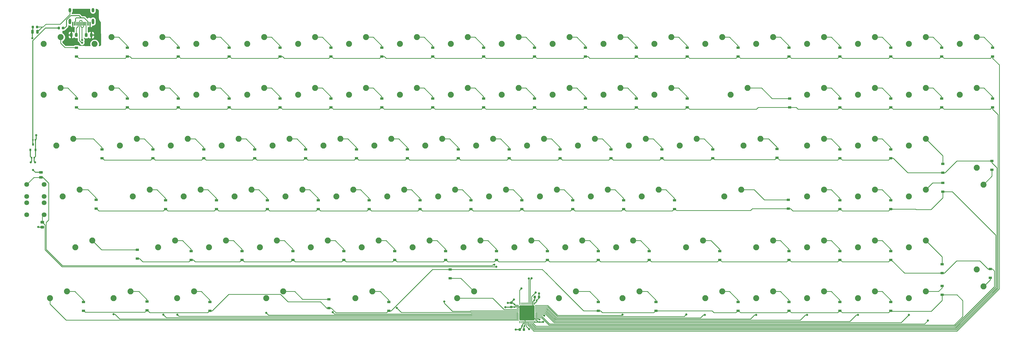
<source format=gbl>
G04 #@! TF.GenerationSoftware,KiCad,Pcbnew,(5.1.6)-1*
G04 #@! TF.CreationDate,2020-08-12T13:21:16-07:00*
G04 #@! TF.ProjectId,v1PCB,76315043-422e-46b6-9963-61645f706362,rev?*
G04 #@! TF.SameCoordinates,Original*
G04 #@! TF.FileFunction,Copper,L2,Bot*
G04 #@! TF.FilePolarity,Positive*
%FSLAX46Y46*%
G04 Gerber Fmt 4.6, Leading zero omitted, Abs format (unit mm)*
G04 Created by KiCad (PCBNEW (5.1.6)-1) date 2020-08-12 13:21:16*
%MOMM*%
%LPD*%
G01*
G04 APERTURE LIST*
G04 #@! TA.AperFunction,ComponentPad*
%ADD10C,2.250000*%
G04 #@! TD*
G04 #@! TA.AperFunction,SMDPad,CuDef*
%ADD11R,0.600000X1.450000*%
G04 #@! TD*
G04 #@! TA.AperFunction,SMDPad,CuDef*
%ADD12R,0.300000X1.450000*%
G04 #@! TD*
G04 #@! TA.AperFunction,ComponentPad*
%ADD13O,1.000000X2.100000*%
G04 #@! TD*
G04 #@! TA.AperFunction,ComponentPad*
%ADD14O,1.000000X1.600000*%
G04 #@! TD*
G04 #@! TA.AperFunction,ComponentPad*
%ADD15C,1.800000*%
G04 #@! TD*
G04 #@! TA.AperFunction,SMDPad,CuDef*
%ADD16R,1.200000X0.900000*%
G04 #@! TD*
G04 #@! TA.AperFunction,SMDPad,CuDef*
%ADD17R,0.800000X0.900000*%
G04 #@! TD*
G04 #@! TA.AperFunction,ViaPad*
%ADD18C,0.800000*%
G04 #@! TD*
G04 #@! TA.AperFunction,Conductor*
%ADD19C,0.304800*%
G04 #@! TD*
G04 #@! TA.AperFunction,Conductor*
%ADD20C,0.254000*%
G04 #@! TD*
G04 #@! TA.AperFunction,Conductor*
%ADD21C,0.330200*%
G04 #@! TD*
G04 APERTURE END LIST*
D10*
X281146250Y-206502000D03*
X274796250Y-209042000D03*
G04 #@! TA.AperFunction,SMDPad,CuDef*
G36*
G01*
X299358800Y-221033050D02*
X299358800Y-220520550D01*
G75*
G02*
X299577550Y-220301800I218750J0D01*
G01*
X300015050Y-220301800D01*
G75*
G02*
X300233800Y-220520550I0J-218750D01*
G01*
X300233800Y-221033050D01*
G75*
G02*
X300015050Y-221251800I-218750J0D01*
G01*
X299577550Y-221251800D01*
G75*
G02*
X299358800Y-221033050I0J218750D01*
G01*
G37*
G04 #@! TD.AperFunction*
G04 #@! TA.AperFunction,SMDPad,CuDef*
G36*
G01*
X297783800Y-221033050D02*
X297783800Y-220520550D01*
G75*
G02*
X298002550Y-220301800I218750J0D01*
G01*
X298440050Y-220301800D01*
G75*
G02*
X298658800Y-220520550I0J-218750D01*
G01*
X298658800Y-221033050D01*
G75*
G02*
X298440050Y-221251800I-218750J0D01*
G01*
X298002550Y-221251800D01*
G75*
G02*
X297783800Y-221033050I0J218750D01*
G01*
G37*
G04 #@! TD.AperFunction*
G04 #@! TA.AperFunction,SMDPad,CuDef*
G36*
G01*
X303898800Y-209682300D02*
X303898800Y-210027300D01*
G75*
G02*
X303751300Y-210174800I-147500J0D01*
G01*
X303456300Y-210174800D01*
G75*
G02*
X303308800Y-210027300I0J147500D01*
G01*
X303308800Y-209682300D01*
G75*
G02*
X303456300Y-209534800I147500J0D01*
G01*
X303751300Y-209534800D01*
G75*
G02*
X303898800Y-209682300I0J-147500D01*
G01*
G37*
G04 #@! TD.AperFunction*
G04 #@! TA.AperFunction,SMDPad,CuDef*
G36*
G01*
X304868800Y-209682300D02*
X304868800Y-210027300D01*
G75*
G02*
X304721300Y-210174800I-147500J0D01*
G01*
X304426300Y-210174800D01*
G75*
G02*
X304278800Y-210027300I0J147500D01*
G01*
X304278800Y-209682300D01*
G75*
G02*
X304426300Y-209534800I147500J0D01*
G01*
X304721300Y-209534800D01*
G75*
G02*
X304868800Y-209682300I0J-147500D01*
G01*
G37*
G04 #@! TD.AperFunction*
G04 #@! TA.AperFunction,SMDPad,CuDef*
G36*
G01*
X305785300Y-217284800D02*
X305440300Y-217284800D01*
G75*
G02*
X305292800Y-217137300I0J147500D01*
G01*
X305292800Y-216842300D01*
G75*
G02*
X305440300Y-216694800I147500J0D01*
G01*
X305785300Y-216694800D01*
G75*
G02*
X305932800Y-216842300I0J-147500D01*
G01*
X305932800Y-217137300D01*
G75*
G02*
X305785300Y-217284800I-147500J0D01*
G01*
G37*
G04 #@! TD.AperFunction*
G04 #@! TA.AperFunction,SMDPad,CuDef*
G36*
G01*
X305785300Y-218254800D02*
X305440300Y-218254800D01*
G75*
G02*
X305292800Y-218107300I0J147500D01*
G01*
X305292800Y-217812300D01*
G75*
G02*
X305440300Y-217664800I147500J0D01*
G01*
X305785300Y-217664800D01*
G75*
G02*
X305932800Y-217812300I0J-147500D01*
G01*
X305932800Y-218107300D01*
G75*
G02*
X305785300Y-218254800I-147500J0D01*
G01*
G37*
G04 #@! TD.AperFunction*
G04 #@! TA.AperFunction,SMDPad,CuDef*
G36*
G01*
X304739000Y-217378000D02*
X303989000Y-217378000D01*
G75*
G02*
X303926500Y-217315500I0J62500D01*
G01*
X303926500Y-217190500D01*
G75*
G02*
X303989000Y-217128000I62500J0D01*
G01*
X304739000Y-217128000D01*
G75*
G02*
X304801500Y-217190500I0J-62500D01*
G01*
X304801500Y-217315500D01*
G75*
G02*
X304739000Y-217378000I-62500J0D01*
G01*
G37*
G04 #@! TD.AperFunction*
G04 #@! TA.AperFunction,SMDPad,CuDef*
G36*
G01*
X304739000Y-216878000D02*
X303989000Y-216878000D01*
G75*
G02*
X303926500Y-216815500I0J62500D01*
G01*
X303926500Y-216690500D01*
G75*
G02*
X303989000Y-216628000I62500J0D01*
G01*
X304739000Y-216628000D01*
G75*
G02*
X304801500Y-216690500I0J-62500D01*
G01*
X304801500Y-216815500D01*
G75*
G02*
X304739000Y-216878000I-62500J0D01*
G01*
G37*
G04 #@! TD.AperFunction*
G04 #@! TA.AperFunction,SMDPad,CuDef*
G36*
G01*
X304739000Y-216378000D02*
X303989000Y-216378000D01*
G75*
G02*
X303926500Y-216315500I0J62500D01*
G01*
X303926500Y-216190500D01*
G75*
G02*
X303989000Y-216128000I62500J0D01*
G01*
X304739000Y-216128000D01*
G75*
G02*
X304801500Y-216190500I0J-62500D01*
G01*
X304801500Y-216315500D01*
G75*
G02*
X304739000Y-216378000I-62500J0D01*
G01*
G37*
G04 #@! TD.AperFunction*
G04 #@! TA.AperFunction,SMDPad,CuDef*
G36*
G01*
X304739000Y-215878000D02*
X303989000Y-215878000D01*
G75*
G02*
X303926500Y-215815500I0J62500D01*
G01*
X303926500Y-215690500D01*
G75*
G02*
X303989000Y-215628000I62500J0D01*
G01*
X304739000Y-215628000D01*
G75*
G02*
X304801500Y-215690500I0J-62500D01*
G01*
X304801500Y-215815500D01*
G75*
G02*
X304739000Y-215878000I-62500J0D01*
G01*
G37*
G04 #@! TD.AperFunction*
G04 #@! TA.AperFunction,SMDPad,CuDef*
G36*
G01*
X304739000Y-215378000D02*
X303989000Y-215378000D01*
G75*
G02*
X303926500Y-215315500I0J62500D01*
G01*
X303926500Y-215190500D01*
G75*
G02*
X303989000Y-215128000I62500J0D01*
G01*
X304739000Y-215128000D01*
G75*
G02*
X304801500Y-215190500I0J-62500D01*
G01*
X304801500Y-215315500D01*
G75*
G02*
X304739000Y-215378000I-62500J0D01*
G01*
G37*
G04 #@! TD.AperFunction*
G04 #@! TA.AperFunction,SMDPad,CuDef*
G36*
G01*
X304739000Y-214878000D02*
X303989000Y-214878000D01*
G75*
G02*
X303926500Y-214815500I0J62500D01*
G01*
X303926500Y-214690500D01*
G75*
G02*
X303989000Y-214628000I62500J0D01*
G01*
X304739000Y-214628000D01*
G75*
G02*
X304801500Y-214690500I0J-62500D01*
G01*
X304801500Y-214815500D01*
G75*
G02*
X304739000Y-214878000I-62500J0D01*
G01*
G37*
G04 #@! TD.AperFunction*
G04 #@! TA.AperFunction,SMDPad,CuDef*
G36*
G01*
X304739000Y-214378000D02*
X303989000Y-214378000D01*
G75*
G02*
X303926500Y-214315500I0J62500D01*
G01*
X303926500Y-214190500D01*
G75*
G02*
X303989000Y-214128000I62500J0D01*
G01*
X304739000Y-214128000D01*
G75*
G02*
X304801500Y-214190500I0J-62500D01*
G01*
X304801500Y-214315500D01*
G75*
G02*
X304739000Y-214378000I-62500J0D01*
G01*
G37*
G04 #@! TD.AperFunction*
G04 #@! TA.AperFunction,SMDPad,CuDef*
G36*
G01*
X304739000Y-213878000D02*
X303989000Y-213878000D01*
G75*
G02*
X303926500Y-213815500I0J62500D01*
G01*
X303926500Y-213690500D01*
G75*
G02*
X303989000Y-213628000I62500J0D01*
G01*
X304739000Y-213628000D01*
G75*
G02*
X304801500Y-213690500I0J-62500D01*
G01*
X304801500Y-213815500D01*
G75*
G02*
X304739000Y-213878000I-62500J0D01*
G01*
G37*
G04 #@! TD.AperFunction*
G04 #@! TA.AperFunction,SMDPad,CuDef*
G36*
G01*
X304739000Y-213378000D02*
X303989000Y-213378000D01*
G75*
G02*
X303926500Y-213315500I0J62500D01*
G01*
X303926500Y-213190500D01*
G75*
G02*
X303989000Y-213128000I62500J0D01*
G01*
X304739000Y-213128000D01*
G75*
G02*
X304801500Y-213190500I0J-62500D01*
G01*
X304801500Y-213315500D01*
G75*
G02*
X304739000Y-213378000I-62500J0D01*
G01*
G37*
G04 #@! TD.AperFunction*
G04 #@! TA.AperFunction,SMDPad,CuDef*
G36*
G01*
X304739000Y-212878000D02*
X303989000Y-212878000D01*
G75*
G02*
X303926500Y-212815500I0J62500D01*
G01*
X303926500Y-212690500D01*
G75*
G02*
X303989000Y-212628000I62500J0D01*
G01*
X304739000Y-212628000D01*
G75*
G02*
X304801500Y-212690500I0J-62500D01*
G01*
X304801500Y-212815500D01*
G75*
G02*
X304739000Y-212878000I-62500J0D01*
G01*
G37*
G04 #@! TD.AperFunction*
G04 #@! TA.AperFunction,SMDPad,CuDef*
G36*
G01*
X304739000Y-212378000D02*
X303989000Y-212378000D01*
G75*
G02*
X303926500Y-212315500I0J62500D01*
G01*
X303926500Y-212190500D01*
G75*
G02*
X303989000Y-212128000I62500J0D01*
G01*
X304739000Y-212128000D01*
G75*
G02*
X304801500Y-212190500I0J-62500D01*
G01*
X304801500Y-212315500D01*
G75*
G02*
X304739000Y-212378000I-62500J0D01*
G01*
G37*
G04 #@! TD.AperFunction*
G04 #@! TA.AperFunction,SMDPad,CuDef*
G36*
G01*
X304739000Y-211878000D02*
X303989000Y-211878000D01*
G75*
G02*
X303926500Y-211815500I0J62500D01*
G01*
X303926500Y-211690500D01*
G75*
G02*
X303989000Y-211628000I62500J0D01*
G01*
X304739000Y-211628000D01*
G75*
G02*
X304801500Y-211690500I0J-62500D01*
G01*
X304801500Y-211815500D01*
G75*
G02*
X304739000Y-211878000I-62500J0D01*
G01*
G37*
G04 #@! TD.AperFunction*
G04 #@! TA.AperFunction,SMDPad,CuDef*
G36*
G01*
X303739000Y-211503000D02*
X303614000Y-211503000D01*
G75*
G02*
X303551500Y-211440500I0J62500D01*
G01*
X303551500Y-210690500D01*
G75*
G02*
X303614000Y-210628000I62500J0D01*
G01*
X303739000Y-210628000D01*
G75*
G02*
X303801500Y-210690500I0J-62500D01*
G01*
X303801500Y-211440500D01*
G75*
G02*
X303739000Y-211503000I-62500J0D01*
G01*
G37*
G04 #@! TD.AperFunction*
G04 #@! TA.AperFunction,SMDPad,CuDef*
G36*
G01*
X303239000Y-211503000D02*
X303114000Y-211503000D01*
G75*
G02*
X303051500Y-211440500I0J62500D01*
G01*
X303051500Y-210690500D01*
G75*
G02*
X303114000Y-210628000I62500J0D01*
G01*
X303239000Y-210628000D01*
G75*
G02*
X303301500Y-210690500I0J-62500D01*
G01*
X303301500Y-211440500D01*
G75*
G02*
X303239000Y-211503000I-62500J0D01*
G01*
G37*
G04 #@! TD.AperFunction*
G04 #@! TA.AperFunction,SMDPad,CuDef*
G36*
G01*
X302739000Y-211503000D02*
X302614000Y-211503000D01*
G75*
G02*
X302551500Y-211440500I0J62500D01*
G01*
X302551500Y-210690500D01*
G75*
G02*
X302614000Y-210628000I62500J0D01*
G01*
X302739000Y-210628000D01*
G75*
G02*
X302801500Y-210690500I0J-62500D01*
G01*
X302801500Y-211440500D01*
G75*
G02*
X302739000Y-211503000I-62500J0D01*
G01*
G37*
G04 #@! TD.AperFunction*
G04 #@! TA.AperFunction,SMDPad,CuDef*
G36*
G01*
X302239000Y-211503000D02*
X302114000Y-211503000D01*
G75*
G02*
X302051500Y-211440500I0J62500D01*
G01*
X302051500Y-210690500D01*
G75*
G02*
X302114000Y-210628000I62500J0D01*
G01*
X302239000Y-210628000D01*
G75*
G02*
X302301500Y-210690500I0J-62500D01*
G01*
X302301500Y-211440500D01*
G75*
G02*
X302239000Y-211503000I-62500J0D01*
G01*
G37*
G04 #@! TD.AperFunction*
G04 #@! TA.AperFunction,SMDPad,CuDef*
G36*
G01*
X301739000Y-211503000D02*
X301614000Y-211503000D01*
G75*
G02*
X301551500Y-211440500I0J62500D01*
G01*
X301551500Y-210690500D01*
G75*
G02*
X301614000Y-210628000I62500J0D01*
G01*
X301739000Y-210628000D01*
G75*
G02*
X301801500Y-210690500I0J-62500D01*
G01*
X301801500Y-211440500D01*
G75*
G02*
X301739000Y-211503000I-62500J0D01*
G01*
G37*
G04 #@! TD.AperFunction*
G04 #@! TA.AperFunction,SMDPad,CuDef*
G36*
G01*
X301239000Y-211503000D02*
X301114000Y-211503000D01*
G75*
G02*
X301051500Y-211440500I0J62500D01*
G01*
X301051500Y-210690500D01*
G75*
G02*
X301114000Y-210628000I62500J0D01*
G01*
X301239000Y-210628000D01*
G75*
G02*
X301301500Y-210690500I0J-62500D01*
G01*
X301301500Y-211440500D01*
G75*
G02*
X301239000Y-211503000I-62500J0D01*
G01*
G37*
G04 #@! TD.AperFunction*
G04 #@! TA.AperFunction,SMDPad,CuDef*
G36*
G01*
X300739000Y-211503000D02*
X300614000Y-211503000D01*
G75*
G02*
X300551500Y-211440500I0J62500D01*
G01*
X300551500Y-210690500D01*
G75*
G02*
X300614000Y-210628000I62500J0D01*
G01*
X300739000Y-210628000D01*
G75*
G02*
X300801500Y-210690500I0J-62500D01*
G01*
X300801500Y-211440500D01*
G75*
G02*
X300739000Y-211503000I-62500J0D01*
G01*
G37*
G04 #@! TD.AperFunction*
G04 #@! TA.AperFunction,SMDPad,CuDef*
G36*
G01*
X300239000Y-211503000D02*
X300114000Y-211503000D01*
G75*
G02*
X300051500Y-211440500I0J62500D01*
G01*
X300051500Y-210690500D01*
G75*
G02*
X300114000Y-210628000I62500J0D01*
G01*
X300239000Y-210628000D01*
G75*
G02*
X300301500Y-210690500I0J-62500D01*
G01*
X300301500Y-211440500D01*
G75*
G02*
X300239000Y-211503000I-62500J0D01*
G01*
G37*
G04 #@! TD.AperFunction*
G04 #@! TA.AperFunction,SMDPad,CuDef*
G36*
G01*
X299739000Y-211503000D02*
X299614000Y-211503000D01*
G75*
G02*
X299551500Y-211440500I0J62500D01*
G01*
X299551500Y-210690500D01*
G75*
G02*
X299614000Y-210628000I62500J0D01*
G01*
X299739000Y-210628000D01*
G75*
G02*
X299801500Y-210690500I0J-62500D01*
G01*
X299801500Y-211440500D01*
G75*
G02*
X299739000Y-211503000I-62500J0D01*
G01*
G37*
G04 #@! TD.AperFunction*
G04 #@! TA.AperFunction,SMDPad,CuDef*
G36*
G01*
X299239000Y-211503000D02*
X299114000Y-211503000D01*
G75*
G02*
X299051500Y-211440500I0J62500D01*
G01*
X299051500Y-210690500D01*
G75*
G02*
X299114000Y-210628000I62500J0D01*
G01*
X299239000Y-210628000D01*
G75*
G02*
X299301500Y-210690500I0J-62500D01*
G01*
X299301500Y-211440500D01*
G75*
G02*
X299239000Y-211503000I-62500J0D01*
G01*
G37*
G04 #@! TD.AperFunction*
G04 #@! TA.AperFunction,SMDPad,CuDef*
G36*
G01*
X298739000Y-211503000D02*
X298614000Y-211503000D01*
G75*
G02*
X298551500Y-211440500I0J62500D01*
G01*
X298551500Y-210690500D01*
G75*
G02*
X298614000Y-210628000I62500J0D01*
G01*
X298739000Y-210628000D01*
G75*
G02*
X298801500Y-210690500I0J-62500D01*
G01*
X298801500Y-211440500D01*
G75*
G02*
X298739000Y-211503000I-62500J0D01*
G01*
G37*
G04 #@! TD.AperFunction*
G04 #@! TA.AperFunction,SMDPad,CuDef*
G36*
G01*
X298239000Y-211503000D02*
X298114000Y-211503000D01*
G75*
G02*
X298051500Y-211440500I0J62500D01*
G01*
X298051500Y-210690500D01*
G75*
G02*
X298114000Y-210628000I62500J0D01*
G01*
X298239000Y-210628000D01*
G75*
G02*
X298301500Y-210690500I0J-62500D01*
G01*
X298301500Y-211440500D01*
G75*
G02*
X298239000Y-211503000I-62500J0D01*
G01*
G37*
G04 #@! TD.AperFunction*
G04 #@! TA.AperFunction,SMDPad,CuDef*
G36*
G01*
X297864000Y-211878000D02*
X297114000Y-211878000D01*
G75*
G02*
X297051500Y-211815500I0J62500D01*
G01*
X297051500Y-211690500D01*
G75*
G02*
X297114000Y-211628000I62500J0D01*
G01*
X297864000Y-211628000D01*
G75*
G02*
X297926500Y-211690500I0J-62500D01*
G01*
X297926500Y-211815500D01*
G75*
G02*
X297864000Y-211878000I-62500J0D01*
G01*
G37*
G04 #@! TD.AperFunction*
G04 #@! TA.AperFunction,SMDPad,CuDef*
G36*
G01*
X297864000Y-212378000D02*
X297114000Y-212378000D01*
G75*
G02*
X297051500Y-212315500I0J62500D01*
G01*
X297051500Y-212190500D01*
G75*
G02*
X297114000Y-212128000I62500J0D01*
G01*
X297864000Y-212128000D01*
G75*
G02*
X297926500Y-212190500I0J-62500D01*
G01*
X297926500Y-212315500D01*
G75*
G02*
X297864000Y-212378000I-62500J0D01*
G01*
G37*
G04 #@! TD.AperFunction*
G04 #@! TA.AperFunction,SMDPad,CuDef*
G36*
G01*
X297864000Y-212878000D02*
X297114000Y-212878000D01*
G75*
G02*
X297051500Y-212815500I0J62500D01*
G01*
X297051500Y-212690500D01*
G75*
G02*
X297114000Y-212628000I62500J0D01*
G01*
X297864000Y-212628000D01*
G75*
G02*
X297926500Y-212690500I0J-62500D01*
G01*
X297926500Y-212815500D01*
G75*
G02*
X297864000Y-212878000I-62500J0D01*
G01*
G37*
G04 #@! TD.AperFunction*
G04 #@! TA.AperFunction,SMDPad,CuDef*
G36*
G01*
X297864000Y-213378000D02*
X297114000Y-213378000D01*
G75*
G02*
X297051500Y-213315500I0J62500D01*
G01*
X297051500Y-213190500D01*
G75*
G02*
X297114000Y-213128000I62500J0D01*
G01*
X297864000Y-213128000D01*
G75*
G02*
X297926500Y-213190500I0J-62500D01*
G01*
X297926500Y-213315500D01*
G75*
G02*
X297864000Y-213378000I-62500J0D01*
G01*
G37*
G04 #@! TD.AperFunction*
G04 #@! TA.AperFunction,SMDPad,CuDef*
G36*
G01*
X297864000Y-213878000D02*
X297114000Y-213878000D01*
G75*
G02*
X297051500Y-213815500I0J62500D01*
G01*
X297051500Y-213690500D01*
G75*
G02*
X297114000Y-213628000I62500J0D01*
G01*
X297864000Y-213628000D01*
G75*
G02*
X297926500Y-213690500I0J-62500D01*
G01*
X297926500Y-213815500D01*
G75*
G02*
X297864000Y-213878000I-62500J0D01*
G01*
G37*
G04 #@! TD.AperFunction*
G04 #@! TA.AperFunction,SMDPad,CuDef*
G36*
G01*
X297864000Y-214378000D02*
X297114000Y-214378000D01*
G75*
G02*
X297051500Y-214315500I0J62500D01*
G01*
X297051500Y-214190500D01*
G75*
G02*
X297114000Y-214128000I62500J0D01*
G01*
X297864000Y-214128000D01*
G75*
G02*
X297926500Y-214190500I0J-62500D01*
G01*
X297926500Y-214315500D01*
G75*
G02*
X297864000Y-214378000I-62500J0D01*
G01*
G37*
G04 #@! TD.AperFunction*
G04 #@! TA.AperFunction,SMDPad,CuDef*
G36*
G01*
X297864000Y-214878000D02*
X297114000Y-214878000D01*
G75*
G02*
X297051500Y-214815500I0J62500D01*
G01*
X297051500Y-214690500D01*
G75*
G02*
X297114000Y-214628000I62500J0D01*
G01*
X297864000Y-214628000D01*
G75*
G02*
X297926500Y-214690500I0J-62500D01*
G01*
X297926500Y-214815500D01*
G75*
G02*
X297864000Y-214878000I-62500J0D01*
G01*
G37*
G04 #@! TD.AperFunction*
G04 #@! TA.AperFunction,SMDPad,CuDef*
G36*
G01*
X297864000Y-215378000D02*
X297114000Y-215378000D01*
G75*
G02*
X297051500Y-215315500I0J62500D01*
G01*
X297051500Y-215190500D01*
G75*
G02*
X297114000Y-215128000I62500J0D01*
G01*
X297864000Y-215128000D01*
G75*
G02*
X297926500Y-215190500I0J-62500D01*
G01*
X297926500Y-215315500D01*
G75*
G02*
X297864000Y-215378000I-62500J0D01*
G01*
G37*
G04 #@! TD.AperFunction*
G04 #@! TA.AperFunction,SMDPad,CuDef*
G36*
G01*
X297864000Y-215878000D02*
X297114000Y-215878000D01*
G75*
G02*
X297051500Y-215815500I0J62500D01*
G01*
X297051500Y-215690500D01*
G75*
G02*
X297114000Y-215628000I62500J0D01*
G01*
X297864000Y-215628000D01*
G75*
G02*
X297926500Y-215690500I0J-62500D01*
G01*
X297926500Y-215815500D01*
G75*
G02*
X297864000Y-215878000I-62500J0D01*
G01*
G37*
G04 #@! TD.AperFunction*
G04 #@! TA.AperFunction,SMDPad,CuDef*
G36*
G01*
X297864000Y-216378000D02*
X297114000Y-216378000D01*
G75*
G02*
X297051500Y-216315500I0J62500D01*
G01*
X297051500Y-216190500D01*
G75*
G02*
X297114000Y-216128000I62500J0D01*
G01*
X297864000Y-216128000D01*
G75*
G02*
X297926500Y-216190500I0J-62500D01*
G01*
X297926500Y-216315500D01*
G75*
G02*
X297864000Y-216378000I-62500J0D01*
G01*
G37*
G04 #@! TD.AperFunction*
G04 #@! TA.AperFunction,SMDPad,CuDef*
G36*
G01*
X297864000Y-216878000D02*
X297114000Y-216878000D01*
G75*
G02*
X297051500Y-216815500I0J62500D01*
G01*
X297051500Y-216690500D01*
G75*
G02*
X297114000Y-216628000I62500J0D01*
G01*
X297864000Y-216628000D01*
G75*
G02*
X297926500Y-216690500I0J-62500D01*
G01*
X297926500Y-216815500D01*
G75*
G02*
X297864000Y-216878000I-62500J0D01*
G01*
G37*
G04 #@! TD.AperFunction*
G04 #@! TA.AperFunction,SMDPad,CuDef*
G36*
G01*
X297864000Y-217378000D02*
X297114000Y-217378000D01*
G75*
G02*
X297051500Y-217315500I0J62500D01*
G01*
X297051500Y-217190500D01*
G75*
G02*
X297114000Y-217128000I62500J0D01*
G01*
X297864000Y-217128000D01*
G75*
G02*
X297926500Y-217190500I0J-62500D01*
G01*
X297926500Y-217315500D01*
G75*
G02*
X297864000Y-217378000I-62500J0D01*
G01*
G37*
G04 #@! TD.AperFunction*
G04 #@! TA.AperFunction,SMDPad,CuDef*
G36*
G01*
X298239000Y-218378000D02*
X298114000Y-218378000D01*
G75*
G02*
X298051500Y-218315500I0J62500D01*
G01*
X298051500Y-217565500D01*
G75*
G02*
X298114000Y-217503000I62500J0D01*
G01*
X298239000Y-217503000D01*
G75*
G02*
X298301500Y-217565500I0J-62500D01*
G01*
X298301500Y-218315500D01*
G75*
G02*
X298239000Y-218378000I-62500J0D01*
G01*
G37*
G04 #@! TD.AperFunction*
G04 #@! TA.AperFunction,SMDPad,CuDef*
G36*
G01*
X298739000Y-218378000D02*
X298614000Y-218378000D01*
G75*
G02*
X298551500Y-218315500I0J62500D01*
G01*
X298551500Y-217565500D01*
G75*
G02*
X298614000Y-217503000I62500J0D01*
G01*
X298739000Y-217503000D01*
G75*
G02*
X298801500Y-217565500I0J-62500D01*
G01*
X298801500Y-218315500D01*
G75*
G02*
X298739000Y-218378000I-62500J0D01*
G01*
G37*
G04 #@! TD.AperFunction*
G04 #@! TA.AperFunction,SMDPad,CuDef*
G36*
G01*
X299239000Y-218378000D02*
X299114000Y-218378000D01*
G75*
G02*
X299051500Y-218315500I0J62500D01*
G01*
X299051500Y-217565500D01*
G75*
G02*
X299114000Y-217503000I62500J0D01*
G01*
X299239000Y-217503000D01*
G75*
G02*
X299301500Y-217565500I0J-62500D01*
G01*
X299301500Y-218315500D01*
G75*
G02*
X299239000Y-218378000I-62500J0D01*
G01*
G37*
G04 #@! TD.AperFunction*
G04 #@! TA.AperFunction,SMDPad,CuDef*
G36*
G01*
X299739000Y-218378000D02*
X299614000Y-218378000D01*
G75*
G02*
X299551500Y-218315500I0J62500D01*
G01*
X299551500Y-217565500D01*
G75*
G02*
X299614000Y-217503000I62500J0D01*
G01*
X299739000Y-217503000D01*
G75*
G02*
X299801500Y-217565500I0J-62500D01*
G01*
X299801500Y-218315500D01*
G75*
G02*
X299739000Y-218378000I-62500J0D01*
G01*
G37*
G04 #@! TD.AperFunction*
G04 #@! TA.AperFunction,SMDPad,CuDef*
G36*
G01*
X300239000Y-218378000D02*
X300114000Y-218378000D01*
G75*
G02*
X300051500Y-218315500I0J62500D01*
G01*
X300051500Y-217565500D01*
G75*
G02*
X300114000Y-217503000I62500J0D01*
G01*
X300239000Y-217503000D01*
G75*
G02*
X300301500Y-217565500I0J-62500D01*
G01*
X300301500Y-218315500D01*
G75*
G02*
X300239000Y-218378000I-62500J0D01*
G01*
G37*
G04 #@! TD.AperFunction*
G04 #@! TA.AperFunction,SMDPad,CuDef*
G36*
G01*
X300739000Y-218378000D02*
X300614000Y-218378000D01*
G75*
G02*
X300551500Y-218315500I0J62500D01*
G01*
X300551500Y-217565500D01*
G75*
G02*
X300614000Y-217503000I62500J0D01*
G01*
X300739000Y-217503000D01*
G75*
G02*
X300801500Y-217565500I0J-62500D01*
G01*
X300801500Y-218315500D01*
G75*
G02*
X300739000Y-218378000I-62500J0D01*
G01*
G37*
G04 #@! TD.AperFunction*
G04 #@! TA.AperFunction,SMDPad,CuDef*
G36*
G01*
X301239000Y-218378000D02*
X301114000Y-218378000D01*
G75*
G02*
X301051500Y-218315500I0J62500D01*
G01*
X301051500Y-217565500D01*
G75*
G02*
X301114000Y-217503000I62500J0D01*
G01*
X301239000Y-217503000D01*
G75*
G02*
X301301500Y-217565500I0J-62500D01*
G01*
X301301500Y-218315500D01*
G75*
G02*
X301239000Y-218378000I-62500J0D01*
G01*
G37*
G04 #@! TD.AperFunction*
G04 #@! TA.AperFunction,SMDPad,CuDef*
G36*
G01*
X301739000Y-218378000D02*
X301614000Y-218378000D01*
G75*
G02*
X301551500Y-218315500I0J62500D01*
G01*
X301551500Y-217565500D01*
G75*
G02*
X301614000Y-217503000I62500J0D01*
G01*
X301739000Y-217503000D01*
G75*
G02*
X301801500Y-217565500I0J-62500D01*
G01*
X301801500Y-218315500D01*
G75*
G02*
X301739000Y-218378000I-62500J0D01*
G01*
G37*
G04 #@! TD.AperFunction*
G04 #@! TA.AperFunction,SMDPad,CuDef*
G36*
G01*
X302239000Y-218378000D02*
X302114000Y-218378000D01*
G75*
G02*
X302051500Y-218315500I0J62500D01*
G01*
X302051500Y-217565500D01*
G75*
G02*
X302114000Y-217503000I62500J0D01*
G01*
X302239000Y-217503000D01*
G75*
G02*
X302301500Y-217565500I0J-62500D01*
G01*
X302301500Y-218315500D01*
G75*
G02*
X302239000Y-218378000I-62500J0D01*
G01*
G37*
G04 #@! TD.AperFunction*
G04 #@! TA.AperFunction,SMDPad,CuDef*
G36*
G01*
X302739000Y-218378000D02*
X302614000Y-218378000D01*
G75*
G02*
X302551500Y-218315500I0J62500D01*
G01*
X302551500Y-217565500D01*
G75*
G02*
X302614000Y-217503000I62500J0D01*
G01*
X302739000Y-217503000D01*
G75*
G02*
X302801500Y-217565500I0J-62500D01*
G01*
X302801500Y-218315500D01*
G75*
G02*
X302739000Y-218378000I-62500J0D01*
G01*
G37*
G04 #@! TD.AperFunction*
G04 #@! TA.AperFunction,SMDPad,CuDef*
G36*
G01*
X303239000Y-218378000D02*
X303114000Y-218378000D01*
G75*
G02*
X303051500Y-218315500I0J62500D01*
G01*
X303051500Y-217565500D01*
G75*
G02*
X303114000Y-217503000I62500J0D01*
G01*
X303239000Y-217503000D01*
G75*
G02*
X303301500Y-217565500I0J-62500D01*
G01*
X303301500Y-218315500D01*
G75*
G02*
X303239000Y-218378000I-62500J0D01*
G01*
G37*
G04 #@! TD.AperFunction*
G04 #@! TA.AperFunction,SMDPad,CuDef*
G36*
G01*
X303739000Y-218378000D02*
X303614000Y-218378000D01*
G75*
G02*
X303551500Y-218315500I0J62500D01*
G01*
X303551500Y-217565500D01*
G75*
G02*
X303614000Y-217503000I62500J0D01*
G01*
X303739000Y-217503000D01*
G75*
G02*
X303801500Y-217565500I0J-62500D01*
G01*
X303801500Y-218315500D01*
G75*
G02*
X303739000Y-218378000I-62500J0D01*
G01*
G37*
G04 #@! TD.AperFunction*
G04 #@! TA.AperFunction,SMDPad,CuDef*
G36*
G01*
X303476500Y-217303000D02*
X298376500Y-217303000D01*
G75*
G02*
X298126500Y-217053000I0J250000D01*
G01*
X298126500Y-211953000D01*
G75*
G02*
X298376500Y-211703000I250000J0D01*
G01*
X303476500Y-211703000D01*
G75*
G02*
X303726500Y-211953000I0J-250000D01*
G01*
X303726500Y-217053000D01*
G75*
G02*
X303476500Y-217303000I-250000J0D01*
G01*
G37*
G04 #@! TD.AperFunction*
G04 #@! TA.AperFunction,SMDPad,CuDef*
G36*
G01*
X294790150Y-211881200D02*
X295302650Y-211881200D01*
G75*
G02*
X295521400Y-212099950I0J-218750D01*
G01*
X295521400Y-212537450D01*
G75*
G02*
X295302650Y-212756200I-218750J0D01*
G01*
X294790150Y-212756200D01*
G75*
G02*
X294571400Y-212537450I0J218750D01*
G01*
X294571400Y-212099950D01*
G75*
G02*
X294790150Y-211881200I218750J0D01*
G01*
G37*
G04 #@! TD.AperFunction*
G04 #@! TA.AperFunction,SMDPad,CuDef*
G36*
G01*
X294790150Y-210306200D02*
X295302650Y-210306200D01*
G75*
G02*
X295521400Y-210524950I0J-218750D01*
G01*
X295521400Y-210962450D01*
G75*
G02*
X295302650Y-211181200I-218750J0D01*
G01*
X294790150Y-211181200D01*
G75*
G02*
X294571400Y-210962450I0J218750D01*
G01*
X294571400Y-210524950D01*
G75*
G02*
X294790150Y-210306200I218750J0D01*
G01*
G37*
G04 #@! TD.AperFunction*
X126365000Y-111252000D03*
X120015000Y-113792000D03*
D11*
X137368750Y-106247000D03*
X130918750Y-106247000D03*
X136593750Y-106247000D03*
X131693750Y-106247000D03*
D12*
X132393750Y-106247000D03*
X135893750Y-106247000D03*
X132893750Y-106247000D03*
X135393750Y-106247000D03*
X133393750Y-106247000D03*
X134893750Y-106247000D03*
X134393750Y-106247000D03*
X133893750Y-106247000D03*
D13*
X129823750Y-105332000D03*
X138463750Y-105332000D03*
D14*
X129823750Y-101152000D03*
X138463750Y-101152000D03*
G04 #@! TA.AperFunction,SMDPad,CuDef*
G36*
G01*
X126142000Y-107566750D02*
X126142000Y-108079250D01*
G75*
G02*
X125923250Y-108298000I-218750J0D01*
G01*
X125485750Y-108298000D01*
G75*
G02*
X125267000Y-108079250I0J218750D01*
G01*
X125267000Y-107566750D01*
G75*
G02*
X125485750Y-107348000I218750J0D01*
G01*
X125923250Y-107348000D01*
G75*
G02*
X126142000Y-107566750I0J-218750D01*
G01*
G37*
G04 #@! TD.AperFunction*
G04 #@! TA.AperFunction,SMDPad,CuDef*
G36*
G01*
X127717000Y-107566750D02*
X127717000Y-108079250D01*
G75*
G02*
X127498250Y-108298000I-218750J0D01*
G01*
X127060750Y-108298000D01*
G75*
G02*
X126842000Y-108079250I0J218750D01*
G01*
X126842000Y-107566750D01*
G75*
G02*
X127060750Y-107348000I218750J0D01*
G01*
X127498250Y-107348000D01*
G75*
G02*
X127717000Y-107566750I0J-218750D01*
G01*
G37*
G04 #@! TD.AperFunction*
D10*
X138271250Y-187452000D03*
X131921250Y-189992000D03*
X450215000Y-206502000D03*
X443865000Y-209042000D03*
X450215000Y-187452000D03*
X443865000Y-189992000D03*
D15*
X113717000Y-177764000D03*
X120217000Y-173264000D03*
X113717000Y-173264000D03*
X120217000Y-177764000D03*
G04 #@! TA.AperFunction,SMDPad,CuDef*
G36*
G01*
X119050750Y-180058000D02*
X119963250Y-180058000D01*
G75*
G02*
X120207000Y-180301750I0J-243750D01*
G01*
X120207000Y-180789250D01*
G75*
G02*
X119963250Y-181033000I-243750J0D01*
G01*
X119050750Y-181033000D01*
G75*
G02*
X118807000Y-180789250I0J243750D01*
G01*
X118807000Y-180301750D01*
G75*
G02*
X119050750Y-180058000I243750J0D01*
G01*
G37*
G04 #@! TD.AperFunction*
G04 #@! TA.AperFunction,SMDPad,CuDef*
G36*
G01*
X119050750Y-181933000D02*
X119963250Y-181933000D01*
G75*
G02*
X120207000Y-182176750I0J-243750D01*
G01*
X120207000Y-182664250D01*
G75*
G02*
X119963250Y-182908000I-243750J0D01*
G01*
X119050750Y-182908000D01*
G75*
G02*
X118807000Y-182664250I0J243750D01*
G01*
X118807000Y-182176750D01*
G75*
G02*
X119050750Y-181933000I243750J0D01*
G01*
G37*
G04 #@! TD.AperFunction*
D16*
X272161000Y-201548000D03*
X272161000Y-198248000D03*
D10*
X319246250Y-206502000D03*
X312896250Y-209042000D03*
G04 #@! TA.AperFunction,SMDPad,CuDef*
G36*
G01*
X296093100Y-212026000D02*
X296438100Y-212026000D01*
G75*
G02*
X296585600Y-212173500I0J-147500D01*
G01*
X296585600Y-212468500D01*
G75*
G02*
X296438100Y-212616000I-147500J0D01*
G01*
X296093100Y-212616000D01*
G75*
G02*
X295945600Y-212468500I0J147500D01*
G01*
X295945600Y-212173500D01*
G75*
G02*
X296093100Y-212026000I147500J0D01*
G01*
G37*
G04 #@! TD.AperFunction*
G04 #@! TA.AperFunction,SMDPad,CuDef*
G36*
G01*
X296093100Y-211056000D02*
X296438100Y-211056000D01*
G75*
G02*
X296585600Y-211203500I0J-147500D01*
G01*
X296585600Y-211498500D01*
G75*
G02*
X296438100Y-211646000I-147500J0D01*
G01*
X296093100Y-211646000D01*
G75*
G02*
X295945600Y-211498500I0J147500D01*
G01*
X295945600Y-211203500D01*
G75*
G02*
X296093100Y-211056000I147500J0D01*
G01*
G37*
G04 #@! TD.AperFunction*
X145415000Y-111252000D03*
X139065000Y-113792000D03*
X471805000Y-204597000D03*
X469265000Y-198247000D03*
X471805000Y-166497000D03*
X469265000Y-160147000D03*
X209708750Y-206502000D03*
X203358750Y-209042000D03*
X366871250Y-187452000D03*
X360521250Y-189992000D03*
X381158750Y-168402000D03*
X374808750Y-170942000D03*
X383540000Y-130302000D03*
X377190000Y-132842000D03*
X321627500Y-187452000D03*
X315277500Y-189992000D03*
X302577500Y-187452000D03*
X296227500Y-189992000D03*
X169227500Y-187452000D03*
X162877500Y-189992000D03*
G04 #@! TA.AperFunction,SMDPad,CuDef*
G36*
G01*
X116204500Y-156573000D02*
X116204500Y-156228000D01*
G75*
G02*
X116352000Y-156080500I147500J0D01*
G01*
X116647000Y-156080500D01*
G75*
G02*
X116794500Y-156228000I0J-147500D01*
G01*
X116794500Y-156573000D01*
G75*
G02*
X116647000Y-156720500I-147500J0D01*
G01*
X116352000Y-156720500D01*
G75*
G02*
X116204500Y-156573000I0J147500D01*
G01*
G37*
G04 #@! TD.AperFunction*
G04 #@! TA.AperFunction,SMDPad,CuDef*
G36*
G01*
X115234500Y-156573000D02*
X115234500Y-156228000D01*
G75*
G02*
X115382000Y-156080500I147500J0D01*
G01*
X115677000Y-156080500D01*
G75*
G02*
X115824500Y-156228000I0J-147500D01*
G01*
X115824500Y-156573000D01*
G75*
G02*
X115677000Y-156720500I-147500J0D01*
G01*
X115382000Y-156720500D01*
G75*
G02*
X115234500Y-156573000I0J147500D01*
G01*
G37*
G04 #@! TD.AperFunction*
X240665000Y-111252000D03*
X234315000Y-113792000D03*
X183515000Y-111252000D03*
X177165000Y-113792000D03*
X393065000Y-187452000D03*
X386715000Y-189992000D03*
X173990000Y-149352000D03*
X167640000Y-151892000D03*
X412115000Y-149352000D03*
X405765000Y-151892000D03*
D16*
X132350000Y-115182000D03*
X132350000Y-118482000D03*
G04 #@! TA.AperFunction,SMDPad,CuDef*
G36*
G01*
X136450000Y-109993750D02*
X136450000Y-110906250D01*
G75*
G02*
X136206250Y-111150000I-243750J0D01*
G01*
X135718750Y-111150000D01*
G75*
G02*
X135475000Y-110906250I0J243750D01*
G01*
X135475000Y-109993750D01*
G75*
G02*
X135718750Y-109750000I243750J0D01*
G01*
X136206250Y-109750000D01*
G75*
G02*
X136450000Y-109993750I0J-243750D01*
G01*
G37*
G04 #@! TD.AperFunction*
G04 #@! TA.AperFunction,SMDPad,CuDef*
G36*
G01*
X138325000Y-109993750D02*
X138325000Y-110906250D01*
G75*
G02*
X138081250Y-111150000I-243750J0D01*
G01*
X137593750Y-111150000D01*
G75*
G02*
X137350000Y-110906250I0J243750D01*
G01*
X137350000Y-109993750D01*
G75*
G02*
X137593750Y-109750000I243750J0D01*
G01*
X138081250Y-109750000D01*
G75*
G02*
X138325000Y-109993750I0J-243750D01*
G01*
G37*
G04 #@! TD.AperFunction*
G04 #@! TA.AperFunction,SMDPad,CuDef*
G36*
G01*
X131750000Y-110856250D02*
X131750000Y-109943750D01*
G75*
G02*
X131993750Y-109700000I243750J0D01*
G01*
X132481250Y-109700000D01*
G75*
G02*
X132725000Y-109943750I0J-243750D01*
G01*
X132725000Y-110856250D01*
G75*
G02*
X132481250Y-111100000I-243750J0D01*
G01*
X131993750Y-111100000D01*
G75*
G02*
X131750000Y-110856250I0J243750D01*
G01*
G37*
G04 #@! TD.AperFunction*
G04 #@! TA.AperFunction,SMDPad,CuDef*
G36*
G01*
X129875000Y-110856250D02*
X129875000Y-109943750D01*
G75*
G02*
X130118750Y-109700000I243750J0D01*
G01*
X130606250Y-109700000D01*
G75*
G02*
X130850000Y-109943750I0J-243750D01*
G01*
X130850000Y-110856250D01*
G75*
G02*
X130606250Y-111100000I-243750J0D01*
G01*
X130118750Y-111100000D01*
G75*
G02*
X129875000Y-110856250I0J243750D01*
G01*
G37*
G04 #@! TD.AperFunction*
G04 #@! TA.AperFunction,SMDPad,CuDef*
G36*
G01*
X117226500Y-109676250D02*
X117226500Y-108763750D01*
G75*
G02*
X117470250Y-108520000I243750J0D01*
G01*
X117957750Y-108520000D01*
G75*
G02*
X118201500Y-108763750I0J-243750D01*
G01*
X118201500Y-109676250D01*
G75*
G02*
X117957750Y-109920000I-243750J0D01*
G01*
X117470250Y-109920000D01*
G75*
G02*
X117226500Y-109676250I0J243750D01*
G01*
G37*
G04 #@! TD.AperFunction*
G04 #@! TA.AperFunction,SMDPad,CuDef*
G36*
G01*
X115351500Y-109676250D02*
X115351500Y-108763750D01*
G75*
G02*
X115595250Y-108520000I243750J0D01*
G01*
X116082750Y-108520000D01*
G75*
G02*
X116326500Y-108763750I0J-243750D01*
G01*
X116326500Y-109676250D01*
G75*
G02*
X116082750Y-109920000I-243750J0D01*
G01*
X115595250Y-109920000D01*
G75*
G02*
X115351500Y-109676250I0J243750D01*
G01*
G37*
G04 #@! TD.AperFunction*
G04 #@! TA.AperFunction,SMDPad,CuDef*
G36*
G01*
X117126500Y-107698250D02*
X117126500Y-107185750D01*
G75*
G02*
X117345250Y-106967000I218750J0D01*
G01*
X117782750Y-106967000D01*
G75*
G02*
X118001500Y-107185750I0J-218750D01*
G01*
X118001500Y-107698250D01*
G75*
G02*
X117782750Y-107917000I-218750J0D01*
G01*
X117345250Y-107917000D01*
G75*
G02*
X117126500Y-107698250I0J218750D01*
G01*
G37*
G04 #@! TD.AperFunction*
G04 #@! TA.AperFunction,SMDPad,CuDef*
G36*
G01*
X115551500Y-107698250D02*
X115551500Y-107185750D01*
G75*
G02*
X115770250Y-106967000I218750J0D01*
G01*
X116207750Y-106967000D01*
G75*
G02*
X116426500Y-107185750I0J-218750D01*
G01*
X116426500Y-107698250D01*
G75*
G02*
X116207750Y-107917000I-218750J0D01*
G01*
X115770250Y-107917000D01*
G75*
G02*
X115551500Y-107698250I0J218750D01*
G01*
G37*
G04 #@! TD.AperFunction*
D10*
X431165000Y-206502000D03*
X424815000Y-209042000D03*
X412115000Y-206502000D03*
X405765000Y-209042000D03*
X393065000Y-206502000D03*
X386715000Y-209042000D03*
X374015000Y-206502000D03*
X367665000Y-209042000D03*
X343058750Y-206502000D03*
X336708750Y-209042000D03*
X243046250Y-206502000D03*
X236696250Y-209042000D03*
X176371250Y-206502000D03*
X170021250Y-209042000D03*
X152558750Y-206502000D03*
X146208750Y-209042000D03*
X128746250Y-206502000D03*
X122396250Y-209042000D03*
X431165000Y-187452000D03*
X424815000Y-189992000D03*
X412115000Y-187452000D03*
X405765000Y-189992000D03*
X340677500Y-187452000D03*
X334327500Y-189992000D03*
X283527500Y-187452000D03*
X277177500Y-189992000D03*
X264477500Y-187452000D03*
X258127500Y-189992000D03*
X245427500Y-187452000D03*
X239077500Y-189992000D03*
X226377500Y-187452000D03*
X220027500Y-189992000D03*
X207327500Y-187452000D03*
X200977500Y-189992000D03*
X188277500Y-187452000D03*
X181927500Y-189992000D03*
X450215000Y-168402000D03*
X443865000Y-170942000D03*
X431165000Y-168402000D03*
X424815000Y-170942000D03*
X412115000Y-168402000D03*
X405765000Y-170942000D03*
X350202500Y-168402000D03*
X343852500Y-170942000D03*
X331152500Y-168402000D03*
X324802500Y-170942000D03*
X312102500Y-168402000D03*
X305752500Y-170942000D03*
X293052500Y-168402000D03*
X286702500Y-170942000D03*
X274002500Y-168402000D03*
X267652500Y-170942000D03*
X254952500Y-168402000D03*
X248602500Y-170942000D03*
X235902500Y-168402000D03*
X229552500Y-170942000D03*
X216852500Y-168402000D03*
X210502500Y-170942000D03*
X197802500Y-168402000D03*
X191452500Y-170942000D03*
X178752500Y-168402000D03*
X172402500Y-170942000D03*
X159702500Y-168402000D03*
X153352500Y-170942000D03*
X133508750Y-168402000D03*
X127158750Y-170942000D03*
X450215000Y-149352000D03*
X443865000Y-151892000D03*
X431165000Y-149352000D03*
X424815000Y-151892000D03*
X388302500Y-149352000D03*
X381952500Y-151892000D03*
X364490000Y-149352000D03*
X358140000Y-151892000D03*
X345440000Y-149352000D03*
X339090000Y-151892000D03*
X326390000Y-149352000D03*
X320040000Y-151892000D03*
X307340000Y-149352000D03*
X300990000Y-151892000D03*
X288290000Y-149352000D03*
X281940000Y-151892000D03*
X269240000Y-149352000D03*
X262890000Y-151892000D03*
X250190000Y-149352000D03*
X243840000Y-151892000D03*
X231140000Y-149352000D03*
X224790000Y-151892000D03*
X212090000Y-149352000D03*
X205740000Y-151892000D03*
X193040000Y-149352000D03*
X186690000Y-151892000D03*
X154940000Y-149352000D03*
X148590000Y-151892000D03*
X131127500Y-149352000D03*
X124777500Y-151892000D03*
X469265000Y-130302000D03*
X462915000Y-132842000D03*
X450215000Y-130302000D03*
X443865000Y-132842000D03*
X431165000Y-130302000D03*
X424815000Y-132842000D03*
X412115000Y-130302000D03*
X405765000Y-132842000D03*
X354965000Y-130302000D03*
X348615000Y-132842000D03*
X335915000Y-130302000D03*
X329565000Y-132842000D03*
X316865000Y-130302000D03*
X310515000Y-132842000D03*
X297815000Y-130302000D03*
X291465000Y-132842000D03*
X278765000Y-130302000D03*
X272415000Y-132842000D03*
X259715000Y-130302000D03*
X253365000Y-132842000D03*
X240665000Y-130302000D03*
X234315000Y-132842000D03*
X221615000Y-130302000D03*
X215265000Y-132842000D03*
X202565000Y-130302000D03*
X196215000Y-132842000D03*
X183515000Y-130302000D03*
X177165000Y-132842000D03*
X164465000Y-130302000D03*
X158115000Y-132842000D03*
X145415000Y-130302000D03*
X139065000Y-132842000D03*
X126365000Y-130302000D03*
X120015000Y-132842000D03*
X469265000Y-111252000D03*
X462915000Y-113792000D03*
X450215000Y-111252000D03*
X443865000Y-113792000D03*
X431165000Y-111252000D03*
X424815000Y-113792000D03*
X412115000Y-111252000D03*
X405765000Y-113792000D03*
X393065000Y-111252000D03*
X386715000Y-113792000D03*
X374015000Y-111252000D03*
X367665000Y-113792000D03*
X354965000Y-111252000D03*
X348615000Y-113792000D03*
X335915000Y-111252000D03*
X329565000Y-113792000D03*
X316865000Y-111252000D03*
X310515000Y-113792000D03*
X297815000Y-111252000D03*
X291465000Y-113792000D03*
X278765000Y-111252000D03*
X272415000Y-113792000D03*
X259715000Y-111252000D03*
X253365000Y-113792000D03*
X221615000Y-111252000D03*
X215265000Y-113792000D03*
X202565000Y-111252000D03*
X196215000Y-113792000D03*
X164465000Y-111252000D03*
X158115000Y-113792000D03*
G04 #@! TA.AperFunction,SMDPad,CuDef*
G36*
G01*
X116649000Y-149905500D02*
X116649000Y-149560500D01*
G75*
G02*
X116796500Y-149413000I147500J0D01*
G01*
X117091500Y-149413000D01*
G75*
G02*
X117239000Y-149560500I0J-147500D01*
G01*
X117239000Y-149905500D01*
G75*
G02*
X117091500Y-150053000I-147500J0D01*
G01*
X116796500Y-150053000D01*
G75*
G02*
X116649000Y-149905500I0J147500D01*
G01*
G37*
G04 #@! TD.AperFunction*
G04 #@! TA.AperFunction,SMDPad,CuDef*
G36*
G01*
X115679000Y-149905500D02*
X115679000Y-149560500D01*
G75*
G02*
X115826500Y-149413000I147500J0D01*
G01*
X116121500Y-149413000D01*
G75*
G02*
X116269000Y-149560500I0J-147500D01*
G01*
X116269000Y-149905500D01*
G75*
G02*
X116121500Y-150053000I-147500J0D01*
G01*
X115826500Y-150053000D01*
G75*
G02*
X115679000Y-149905500I0J147500D01*
G01*
G37*
G04 #@! TD.AperFunction*
G04 #@! TA.AperFunction,SMDPad,CuDef*
G36*
G01*
X299706800Y-219628500D02*
X299706800Y-219283500D01*
G75*
G02*
X299854300Y-219136000I147500J0D01*
G01*
X300149300Y-219136000D01*
G75*
G02*
X300296800Y-219283500I0J-147500D01*
G01*
X300296800Y-219628500D01*
G75*
G02*
X300149300Y-219776000I-147500J0D01*
G01*
X299854300Y-219776000D01*
G75*
G02*
X299706800Y-219628500I0J147500D01*
G01*
G37*
G04 #@! TD.AperFunction*
G04 #@! TA.AperFunction,SMDPad,CuDef*
G36*
G01*
X298736800Y-219628500D02*
X298736800Y-219283500D01*
G75*
G02*
X298884300Y-219136000I147500J0D01*
G01*
X299179300Y-219136000D01*
G75*
G02*
X299326800Y-219283500I0J-147500D01*
G01*
X299326800Y-219628500D01*
G75*
G02*
X299179300Y-219776000I-147500J0D01*
G01*
X298884300Y-219776000D01*
G75*
G02*
X298736800Y-219628500I0J147500D01*
G01*
G37*
G04 #@! TD.AperFunction*
G04 #@! TA.AperFunction,SMDPad,CuDef*
G36*
G01*
X304297600Y-208328550D02*
X304297600Y-208841050D01*
G75*
G02*
X304078850Y-209059800I-218750J0D01*
G01*
X303641350Y-209059800D01*
G75*
G02*
X303422600Y-208841050I0J218750D01*
G01*
X303422600Y-208328550D01*
G75*
G02*
X303641350Y-208109800I218750J0D01*
G01*
X304078850Y-208109800D01*
G75*
G02*
X304297600Y-208328550I0J-218750D01*
G01*
G37*
G04 #@! TD.AperFunction*
G04 #@! TA.AperFunction,SMDPad,CuDef*
G36*
G01*
X305872600Y-208328550D02*
X305872600Y-208841050D01*
G75*
G02*
X305653850Y-209059800I-218750J0D01*
G01*
X305216350Y-209059800D01*
G75*
G02*
X304997600Y-208841050I0J218750D01*
G01*
X304997600Y-208328550D01*
G75*
G02*
X305216350Y-208109800I218750J0D01*
G01*
X305653850Y-208109800D01*
G75*
G02*
X305872600Y-208328550I0J-218750D01*
G01*
G37*
G04 #@! TD.AperFunction*
D17*
X116014500Y-151431750D03*
X115064500Y-153431750D03*
X116964500Y-153431750D03*
D15*
X120217000Y-166406000D03*
X113717000Y-170906000D03*
X120217000Y-170906000D03*
X113717000Y-166406000D03*
G04 #@! TA.AperFunction,SMDPad,CuDef*
G36*
G01*
X118542750Y-161389000D02*
X119455250Y-161389000D01*
G75*
G02*
X119699000Y-161632750I0J-243750D01*
G01*
X119699000Y-162120250D01*
G75*
G02*
X119455250Y-162364000I-243750J0D01*
G01*
X118542750Y-162364000D01*
G75*
G02*
X118299000Y-162120250I0J243750D01*
G01*
X118299000Y-161632750D01*
G75*
G02*
X118542750Y-161389000I243750J0D01*
G01*
G37*
G04 #@! TD.AperFunction*
G04 #@! TA.AperFunction,SMDPad,CuDef*
G36*
G01*
X118542750Y-163264000D02*
X119455250Y-163264000D01*
G75*
G02*
X119699000Y-163507750I0J-243750D01*
G01*
X119699000Y-163995250D01*
G75*
G02*
X119455250Y-164239000I-243750J0D01*
G01*
X118542750Y-164239000D01*
G75*
G02*
X118299000Y-163995250I0J243750D01*
G01*
X118299000Y-163507750D01*
G75*
G02*
X118542750Y-163264000I243750J0D01*
G01*
G37*
G04 #@! TD.AperFunction*
D16*
X151400000Y-115182000D03*
X151400000Y-118482000D03*
X170450000Y-115182000D03*
X170450000Y-118482000D03*
X189500000Y-115182000D03*
X189500000Y-118482000D03*
X208550000Y-115182000D03*
X208550000Y-118482000D03*
X227600000Y-115182000D03*
X227600000Y-118482000D03*
X246650000Y-115182000D03*
X246650000Y-118482000D03*
X265700000Y-115182000D03*
X265700000Y-118482000D03*
X284750000Y-115182000D03*
X284750000Y-118482000D03*
X303800000Y-115182000D03*
X303800000Y-118482000D03*
X322850000Y-115182000D03*
X322850000Y-118482000D03*
X341900000Y-115182000D03*
X341900000Y-118482000D03*
X360950000Y-115182000D03*
X360950000Y-118482000D03*
X380000000Y-115182000D03*
X380000000Y-118482000D03*
X399050000Y-115182000D03*
X399050000Y-118482000D03*
X418100000Y-115182000D03*
X418100000Y-118482000D03*
X437150000Y-115182000D03*
X437150000Y-118482000D03*
X456200000Y-115182000D03*
X456200000Y-118482000D03*
X475250000Y-115182000D03*
X475250000Y-118482000D03*
X132350000Y-134232000D03*
X132350000Y-137532000D03*
X151400000Y-134232000D03*
X151400000Y-137532000D03*
X170450000Y-134232000D03*
X170450000Y-137532000D03*
X189500000Y-134232000D03*
X189500000Y-137532000D03*
X208550000Y-134232000D03*
X208550000Y-137532000D03*
X227600000Y-134232000D03*
X227600000Y-137532000D03*
X246650000Y-134232000D03*
X246650000Y-137532000D03*
X265700000Y-134232000D03*
X265700000Y-137532000D03*
X284750000Y-134232000D03*
X284750000Y-137532000D03*
X303800000Y-134232000D03*
X303800000Y-137532000D03*
X322850000Y-134232000D03*
X322850000Y-137532000D03*
X341900000Y-134232000D03*
X341900000Y-137532000D03*
X360950000Y-134232000D03*
X360950000Y-137532000D03*
X399288000Y-134240000D03*
X399288000Y-137540000D03*
X418100000Y-134232000D03*
X418100000Y-137532000D03*
X437150000Y-134232000D03*
X437150000Y-137532000D03*
X456200000Y-134232000D03*
X456200000Y-137532000D03*
X475250000Y-134232000D03*
X475250000Y-137532000D03*
X141875000Y-153282000D03*
X141875000Y-156582000D03*
X160925000Y-153282000D03*
X160925000Y-156582000D03*
X179975000Y-153282000D03*
X179975000Y-156582000D03*
X199025000Y-153282000D03*
X199025000Y-156582000D03*
X218075000Y-153282000D03*
X218075000Y-156582000D03*
X237125000Y-153282000D03*
X237125000Y-156582000D03*
X256175000Y-153282000D03*
X256175000Y-156582000D03*
X275225000Y-153282000D03*
X275225000Y-156582000D03*
X294275000Y-153282000D03*
X294275000Y-156582000D03*
X313325000Y-153282000D03*
X313325000Y-156582000D03*
X332375000Y-153282000D03*
X332375000Y-156582000D03*
X351425000Y-153282000D03*
X351425000Y-156582000D03*
X370475000Y-153282000D03*
X370475000Y-156582000D03*
X394493750Y-153131250D03*
X394493750Y-156431250D03*
X418100000Y-153282000D03*
X418100000Y-156582000D03*
X437150000Y-153282000D03*
X437150000Y-156582000D03*
X456565000Y-158751000D03*
X456565000Y-162051000D03*
X139700000Y-172181250D03*
X139700000Y-175481250D03*
X165687500Y-172332000D03*
X165687500Y-175632000D03*
X184737500Y-172332000D03*
X184737500Y-175632000D03*
X203787500Y-172332000D03*
X203787500Y-175632000D03*
X222837500Y-172332000D03*
X222837500Y-175632000D03*
X241887500Y-172332000D03*
X241887500Y-175632000D03*
X260937500Y-172332000D03*
X260937500Y-175632000D03*
X279987500Y-172332000D03*
X279987500Y-175632000D03*
X299037500Y-172332000D03*
X299037500Y-175632000D03*
X318087500Y-172332000D03*
X318087500Y-175632000D03*
X337137500Y-172332000D03*
X337137500Y-175632000D03*
X356187500Y-172332000D03*
X356187500Y-175632000D03*
X398780000Y-172213000D03*
X398780000Y-175513000D03*
X418100000Y-172332000D03*
X418100000Y-175632000D03*
X437150000Y-172332000D03*
X437150000Y-175632000D03*
X456565000Y-165863000D03*
X456565000Y-169163000D03*
X474980000Y-160908000D03*
X474980000Y-157608000D03*
X155067000Y-190882000D03*
X155067000Y-194182000D03*
X175212500Y-191382000D03*
X175212500Y-194682000D03*
X194262500Y-191382000D03*
X194262500Y-194682000D03*
X213312500Y-191382000D03*
X213312500Y-194682000D03*
X232362500Y-191382000D03*
X232362500Y-194682000D03*
X251412500Y-191382000D03*
X251412500Y-194682000D03*
X270462500Y-191382000D03*
X270462500Y-194682000D03*
X289512500Y-191382000D03*
X289512500Y-194682000D03*
X308562500Y-191382000D03*
X308562500Y-194682000D03*
X327612500Y-191382000D03*
X327612500Y-194682000D03*
X346662500Y-191382000D03*
X346662500Y-194682000D03*
X373062500Y-191382000D03*
X373062500Y-194682000D03*
X399050000Y-191382000D03*
X399050000Y-194682000D03*
X418100000Y-191382000D03*
X418100000Y-194682000D03*
X437150000Y-191382000D03*
X437150000Y-194682000D03*
X456311000Y-196343000D03*
X456311000Y-199643000D03*
X134937500Y-210432000D03*
X134937500Y-213732000D03*
X158750000Y-210281250D03*
X158750000Y-213581250D03*
X182245000Y-210440000D03*
X182245000Y-213740000D03*
X226822000Y-209424000D03*
X226822000Y-212724000D03*
X249237500Y-210432000D03*
X249237500Y-213732000D03*
X327612500Y-210432000D03*
X327612500Y-213732000D03*
X349250000Y-210432000D03*
X349250000Y-213732000D03*
X380000000Y-210432000D03*
X380000000Y-213732000D03*
X399050000Y-210432000D03*
X399050000Y-213732000D03*
X418100000Y-210432000D03*
X418100000Y-213732000D03*
X437150000Y-210432000D03*
X437150000Y-213732000D03*
X456311000Y-204471000D03*
X456311000Y-207771000D03*
X474345000Y-201421000D03*
X474345000Y-198121000D03*
D18*
X116840000Y-158115000D03*
X117221000Y-147955000D03*
X115824000Y-111633000D03*
X117983000Y-182372000D03*
X292850000Y-212350000D03*
X130429000Y-108966000D03*
X137922000Y-108966000D03*
X146177000Y-215012250D03*
X164846000Y-215171000D03*
X170053000Y-215171000D03*
X203327000Y-214503000D03*
X228195933Y-214272067D03*
X252174317Y-212677317D03*
X270002000Y-210312000D03*
X298831000Y-205359000D03*
X304165000Y-206883000D03*
X336677000Y-215163000D03*
X360553000Y-215138000D03*
X367538000Y-215265000D03*
X386715000Y-215265000D03*
X405765000Y-215265000D03*
X424815000Y-215265000D03*
X443865000Y-215265000D03*
X450977000Y-217424000D03*
X115189000Y-158115000D03*
X116078000Y-161036000D03*
X305435000Y-207264000D03*
X293751000Y-210820000D03*
X296068750Y-209550000D03*
X306959000Y-217932000D03*
X296745308Y-220779692D03*
X301713849Y-220611751D03*
X288724990Y-196504000D03*
X289451990Y-197231000D03*
X307390800Y-215480001D03*
X134414399Y-112313604D03*
X302678863Y-201586771D03*
X134394850Y-113313415D03*
X301625000Y-201612500D03*
D19*
X116499500Y-156400500D02*
X116499500Y-157774500D01*
X116964500Y-153431750D02*
X116964500Y-155935500D01*
X116964500Y-155935500D02*
X116499500Y-156400500D01*
X116944000Y-149733000D02*
X116944000Y-153411250D01*
X116944000Y-153411250D02*
X116964500Y-153431750D01*
X117221000Y-147955000D02*
X117221000Y-149456000D01*
X117221000Y-149456000D02*
X116944000Y-149733000D01*
X116840000Y-158115000D02*
X116499500Y-157774500D01*
X115989000Y-109070000D02*
X115839000Y-109220000D01*
X115989000Y-107442000D02*
X115989000Y-109070000D01*
X115839000Y-109220000D02*
X115839000Y-111618000D01*
X115839000Y-111618000D02*
X115824000Y-111633000D01*
X119507000Y-182420500D02*
X118031500Y-182420500D01*
X118031500Y-182420500D02*
X117983000Y-182372000D01*
X296333600Y-212253000D02*
X297489000Y-212253000D01*
X296265600Y-212321000D02*
X296333600Y-212253000D01*
X298699090Y-212275590D02*
X300926500Y-214503000D01*
X297771990Y-212275590D02*
X298699090Y-212275590D01*
X297749400Y-212253000D02*
X297771990Y-212275590D01*
X297489000Y-212253000D02*
X297749400Y-212253000D01*
X300199090Y-215230410D02*
X300926500Y-214503000D01*
X300199090Y-217605310D02*
X300199090Y-215230410D01*
X300176500Y-217627900D02*
X300199090Y-217605310D01*
X300176500Y-217940500D02*
X300176500Y-217627900D01*
X305376000Y-216753000D02*
X304364000Y-216753000D01*
X305612800Y-216989800D02*
X305376000Y-216753000D01*
X303153910Y-216730410D02*
X300926500Y-214503000D01*
X304004810Y-216730410D02*
X303153910Y-216730410D01*
X304027400Y-216753000D02*
X304004810Y-216730410D01*
X304364000Y-216753000D02*
X304027400Y-216753000D01*
X303176500Y-212253000D02*
X300926500Y-214503000D01*
X303176500Y-211065500D02*
X303176500Y-212253000D01*
X303176500Y-210282100D02*
X303176500Y-211065500D01*
X303603800Y-209854800D02*
X303176500Y-210282100D01*
X303860100Y-209598500D02*
X303603800Y-209854800D01*
X303860100Y-208584800D02*
X303860100Y-209598500D01*
X296263300Y-212318700D02*
X296265600Y-212321000D01*
X295046400Y-212318700D02*
X296263300Y-212318700D01*
X294970300Y-212394800D02*
X295046400Y-212318700D01*
X300176500Y-219281300D02*
X300176500Y-217940500D01*
X300001800Y-219456000D02*
X300176500Y-219281300D01*
X299796300Y-219661500D02*
X300001800Y-219456000D01*
X299796300Y-220776800D02*
X299796300Y-219661500D01*
X295015100Y-212350000D02*
X295046400Y-212318700D01*
X292850000Y-212350000D02*
X295015100Y-212350000D01*
X130918750Y-106247000D02*
X130918750Y-108476250D01*
X130918750Y-108476250D02*
X130429000Y-108966000D01*
X137368750Y-106247000D02*
X137368750Y-108412750D01*
X137368750Y-108412750D02*
X137922000Y-108966000D01*
X137922000Y-110365500D02*
X137837500Y-110450000D01*
X137922000Y-108966000D02*
X137922000Y-110365500D01*
X130429000Y-110333500D02*
X130362500Y-110400000D01*
X130429000Y-108966000D02*
X130429000Y-110333500D01*
D20*
X122396250Y-210632990D02*
X122396250Y-209042000D01*
X122396250Y-211206934D02*
X122396250Y-210632990D01*
X128396326Y-217207010D02*
X122396250Y-211206934D01*
X297090010Y-217207010D02*
X128396326Y-217207010D01*
X297136000Y-217253000D02*
X297090010Y-217207010D01*
X297489000Y-217253000D02*
X297136000Y-217253000D01*
X296951500Y-216753000D02*
X297489000Y-216753000D01*
X148483435Y-216753000D02*
X296951500Y-216753000D01*
X146742685Y-215012250D02*
X148483435Y-216753000D01*
X146177000Y-215012250D02*
X146742685Y-215012250D01*
X165928000Y-216253000D02*
X164846000Y-215171000D01*
X297489000Y-216253000D02*
X165928000Y-216253000D01*
X280464268Y-215753000D02*
X280419238Y-215798030D01*
X297489000Y-215753000D02*
X280464268Y-215753000D01*
X170680030Y-215798030D02*
X170053000Y-215171000D01*
X280419238Y-215798030D02*
X170680030Y-215798030D01*
X280322201Y-215253000D02*
X280231181Y-215344020D01*
X297489000Y-215253000D02*
X280322201Y-215253000D01*
X204168020Y-215344020D02*
X203327000Y-214503000D01*
X280231181Y-215344020D02*
X204168020Y-215344020D01*
X228813876Y-214890010D02*
X228195933Y-214272067D01*
X280043124Y-214890010D02*
X228813876Y-214890010D01*
X280180134Y-214753000D02*
X280043124Y-214890010D01*
X297489000Y-214753000D02*
X280180134Y-214753000D01*
X295652000Y-214253000D02*
X297489000Y-214253000D01*
X280038067Y-214253000D02*
X295652000Y-214253000D01*
X279934156Y-214356911D02*
X280038067Y-214253000D01*
X253853911Y-214356911D02*
X279934156Y-214356911D01*
X252174317Y-212677317D02*
X253853911Y-214356911D01*
X273027216Y-213902901D02*
X279746099Y-213902901D01*
X270002000Y-210312000D02*
X270002000Y-210877685D01*
X270002000Y-210877685D02*
X273027216Y-213902901D01*
X279896000Y-213753000D02*
X297489000Y-213753000D01*
X279746099Y-213902901D02*
X279896000Y-213753000D01*
X296951500Y-213253000D02*
X297489000Y-213253000D01*
X292314038Y-213253000D02*
X296951500Y-213253000D01*
X288103038Y-209042000D02*
X292314038Y-213253000D01*
X274796250Y-209042000D02*
X288103038Y-209042000D01*
X298176500Y-206013500D02*
X298176500Y-211065500D01*
X298831000Y-205359000D02*
X298176500Y-206013500D01*
X302676500Y-208371500D02*
X302676500Y-211065500D01*
X304165000Y-206883000D02*
X302676500Y-208371500D01*
X336404009Y-215435991D02*
X336677000Y-215163000D01*
X312385991Y-215435991D02*
X336404009Y-215435991D01*
X304364000Y-211753000D02*
X308703000Y-211753000D01*
X308703000Y-211753000D02*
X312385991Y-215435991D01*
X312190001Y-215890001D02*
X359800999Y-215890001D01*
X359800999Y-215890001D02*
X360553000Y-215138000D01*
X308553000Y-212253000D02*
X312190001Y-215890001D01*
X304364000Y-212253000D02*
X308553000Y-212253000D01*
X365893304Y-216344011D02*
X366972315Y-215265000D01*
X366972315Y-215265000D02*
X367538000Y-215265000D01*
X308353000Y-212753000D02*
X311944011Y-216344011D01*
X311944011Y-216344011D02*
X365893304Y-216344011D01*
X304364000Y-212753000D02*
X308353000Y-212753000D01*
X386149315Y-215265000D02*
X386715000Y-215265000D01*
X311748021Y-216798021D02*
X384616294Y-216798021D01*
X308203000Y-213253000D02*
X311748021Y-216798021D01*
X384616294Y-216798021D02*
X386149315Y-215265000D01*
X304364000Y-213253000D02*
X308203000Y-213253000D01*
X405199315Y-215265000D02*
X405765000Y-215265000D01*
X403212284Y-217252031D02*
X405199315Y-215265000D01*
X311544097Y-217252031D02*
X403212284Y-217252031D01*
X308045066Y-213753000D02*
X311544097Y-217252031D01*
X304364000Y-213753000D02*
X308045066Y-213753000D01*
X421808274Y-217706041D02*
X424249315Y-215265000D01*
X311356041Y-217706041D02*
X421808274Y-217706041D01*
X424249315Y-215265000D02*
X424815000Y-215265000D01*
X307903000Y-214253000D02*
X311356041Y-217706041D01*
X304364000Y-214253000D02*
X307903000Y-214253000D01*
X307747000Y-214760239D02*
X311146812Y-218160051D01*
X307747000Y-214753000D02*
X307747000Y-214760239D01*
X440969949Y-218160051D02*
X443865000Y-215265000D01*
X311146812Y-218160051D02*
X440969949Y-218160051D01*
X304364000Y-214753000D02*
X307747000Y-214753000D01*
X449786939Y-218614061D02*
X450977000Y-217424000D01*
X309359089Y-218614061D02*
X449786939Y-218614061D01*
X306498028Y-215753000D02*
X309359089Y-218614061D01*
X304364000Y-215753000D02*
X306498028Y-215753000D01*
X133204000Y-119186000D02*
X150546000Y-119186000D01*
X132500000Y-118482000D02*
X133204000Y-119186000D01*
X150546000Y-119186000D02*
X151250000Y-118482000D01*
X151250000Y-118482000D02*
X151400000Y-118482000D01*
X132350000Y-118482000D02*
X132500000Y-118482000D01*
X170300000Y-118482000D02*
X170450000Y-118482000D01*
X169596000Y-119186000D02*
X170300000Y-118482000D01*
X152958000Y-119186000D02*
X169596000Y-119186000D01*
X151400000Y-118482000D02*
X152254000Y-118482000D01*
X152254000Y-118482000D02*
X152958000Y-119186000D01*
X171304000Y-119186000D02*
X188646000Y-119186000D01*
X170600000Y-118482000D02*
X171304000Y-119186000D01*
X189350000Y-118482000D02*
X189500000Y-118482000D01*
X188646000Y-119186000D02*
X189350000Y-118482000D01*
X170450000Y-118482000D02*
X170600000Y-118482000D01*
X208400000Y-118482000D02*
X208550000Y-118482000D01*
X207696000Y-119186000D02*
X208400000Y-118482000D01*
X189500000Y-118482000D02*
X189650000Y-118482000D01*
X190354000Y-119186000D02*
X207696000Y-119186000D01*
X189650000Y-118482000D02*
X190354000Y-119186000D01*
X226746000Y-119186000D02*
X227450000Y-118482000D01*
X210108000Y-119186000D02*
X226746000Y-119186000D01*
X209404000Y-118482000D02*
X210108000Y-119186000D01*
X227450000Y-118482000D02*
X227600000Y-118482000D01*
X208550000Y-118482000D02*
X209404000Y-118482000D01*
X456200000Y-118482000D02*
X456350000Y-118482000D01*
X456350000Y-118482000D02*
X457054000Y-119186000D01*
X457054000Y-119186000D02*
X474396000Y-119186000D01*
X474396000Y-119186000D02*
X475100000Y-118482000D01*
X475100000Y-118482000D02*
X475250000Y-118482000D01*
X437150000Y-118482000D02*
X437300000Y-118482000D01*
X437300000Y-118482000D02*
X438004000Y-119186000D01*
X438004000Y-119186000D02*
X455346000Y-119186000D01*
X455346000Y-119186000D02*
X456050000Y-118482000D01*
X456050000Y-118482000D02*
X456200000Y-118482000D01*
X418100000Y-118482000D02*
X418250000Y-118482000D01*
X418250000Y-118482000D02*
X418954000Y-119186000D01*
X418954000Y-119186000D02*
X436296000Y-119186000D01*
X436296000Y-119186000D02*
X437000000Y-118482000D01*
X437000000Y-118482000D02*
X437150000Y-118482000D01*
X399050000Y-118482000D02*
X399200000Y-118482000D01*
X399200000Y-118482000D02*
X399904000Y-119186000D01*
X399904000Y-119186000D02*
X417246000Y-119186000D01*
X417246000Y-119186000D02*
X417950000Y-118482000D01*
X417950000Y-118482000D02*
X418100000Y-118482000D01*
X380000000Y-118482000D02*
X380150000Y-118482000D01*
X380150000Y-118482000D02*
X380854000Y-119186000D01*
X380854000Y-119186000D02*
X398196000Y-119186000D01*
X398196000Y-119186000D02*
X398900000Y-118482000D01*
X398900000Y-118482000D02*
X399050000Y-118482000D01*
X360950000Y-118482000D02*
X361100000Y-118482000D01*
X361100000Y-118482000D02*
X361804000Y-119186000D01*
X361804000Y-119186000D02*
X379146000Y-119186000D01*
X379146000Y-119186000D02*
X379850000Y-118482000D01*
X379850000Y-118482000D02*
X380000000Y-118482000D01*
X341900000Y-118482000D02*
X342050000Y-118482000D01*
X342050000Y-118482000D02*
X342754000Y-119186000D01*
X342754000Y-119186000D02*
X360096000Y-119186000D01*
X360096000Y-119186000D02*
X360800000Y-118482000D01*
X360800000Y-118482000D02*
X360950000Y-118482000D01*
X322850000Y-118482000D02*
X323704000Y-118482000D01*
X323704000Y-118482000D02*
X324408000Y-119186000D01*
X324408000Y-119186000D02*
X341046000Y-119186000D01*
X341046000Y-119186000D02*
X341750000Y-118482000D01*
X341750000Y-118482000D02*
X341900000Y-118482000D01*
X303800000Y-118482000D02*
X303950000Y-118482000D01*
X303950000Y-118482000D02*
X304654000Y-119186000D01*
X304654000Y-119186000D02*
X321996000Y-119186000D01*
X321996000Y-119186000D02*
X322700000Y-118482000D01*
X322700000Y-118482000D02*
X322850000Y-118482000D01*
X284750000Y-118482000D02*
X284900000Y-118482000D01*
X284900000Y-118482000D02*
X285604000Y-119186000D01*
X285604000Y-119186000D02*
X302946000Y-119186000D01*
X302946000Y-119186000D02*
X303650000Y-118482000D01*
X303650000Y-118482000D02*
X303800000Y-118482000D01*
X265700000Y-118482000D02*
X265850000Y-118482000D01*
X265850000Y-118482000D02*
X266554000Y-119186000D01*
X266554000Y-119186000D02*
X283896000Y-119186000D01*
X283896000Y-119186000D02*
X284600000Y-118482000D01*
X284600000Y-118482000D02*
X284750000Y-118482000D01*
X246650000Y-118482000D02*
X247504000Y-118482000D01*
X247504000Y-118482000D02*
X248208000Y-119186000D01*
X248208000Y-119186000D02*
X264846000Y-119186000D01*
X264846000Y-119186000D02*
X265550000Y-118482000D01*
X265550000Y-118482000D02*
X265700000Y-118482000D01*
X227600000Y-118482000D02*
X227750000Y-118482000D01*
X227750000Y-118482000D02*
X228454000Y-119186000D01*
X228454000Y-119186000D02*
X245796000Y-119186000D01*
X245796000Y-119186000D02*
X246500000Y-118482000D01*
X246500000Y-118482000D02*
X246650000Y-118482000D01*
X475250000Y-119186000D02*
X477723041Y-121659041D01*
X475250000Y-118482000D02*
X475250000Y-119186000D01*
X477723041Y-121659041D02*
X477723041Y-205445293D01*
X477723041Y-205445293D02*
X461823284Y-221345050D01*
X461823284Y-221345050D02*
X303524431Y-221345050D01*
X301176500Y-218997118D02*
X301176500Y-217940500D01*
X303524431Y-221345050D02*
X301176500Y-218997118D01*
X456200000Y-137532000D02*
X456350000Y-137532000D01*
X456350000Y-137532000D02*
X457054000Y-138236000D01*
X457054000Y-138236000D02*
X474396000Y-138236000D01*
X474396000Y-138236000D02*
X475100000Y-137532000D01*
X475100000Y-137532000D02*
X475250000Y-137532000D01*
X437150000Y-137532000D02*
X437300000Y-137532000D01*
X437300000Y-137532000D02*
X438004000Y-138236000D01*
X438004000Y-138236000D02*
X455346000Y-138236000D01*
X455346000Y-138236000D02*
X456050000Y-137532000D01*
X456050000Y-137532000D02*
X456200000Y-137532000D01*
X418100000Y-137532000D02*
X418250000Y-137532000D01*
X418250000Y-137532000D02*
X418954000Y-138236000D01*
X418954000Y-138236000D02*
X436296000Y-138236000D01*
X436296000Y-138236000D02*
X437000000Y-137532000D01*
X437000000Y-137532000D02*
X437150000Y-137532000D01*
X417246000Y-138236000D02*
X417950000Y-137532000D01*
X417950000Y-137532000D02*
X418100000Y-137532000D01*
X360950000Y-137532000D02*
X361100000Y-137532000D01*
X361100000Y-137532000D02*
X361804000Y-138236000D01*
X341900000Y-137532000D02*
X342050000Y-137532000D01*
X342050000Y-137532000D02*
X342754000Y-138236000D01*
X342754000Y-138236000D02*
X360096000Y-138236000D01*
X360096000Y-138236000D02*
X360800000Y-137532000D01*
X360800000Y-137532000D02*
X360950000Y-137532000D01*
X322850000Y-137532000D02*
X323000000Y-137532000D01*
X323000000Y-137532000D02*
X323704000Y-138236000D01*
X323704000Y-138236000D02*
X341046000Y-138236000D01*
X341046000Y-138236000D02*
X341750000Y-137532000D01*
X341750000Y-137532000D02*
X341900000Y-137532000D01*
X303800000Y-137532000D02*
X303950000Y-137532000D01*
X303950000Y-137532000D02*
X304654000Y-138236000D01*
X304654000Y-138236000D02*
X321996000Y-138236000D01*
X321996000Y-138236000D02*
X322700000Y-137532000D01*
X322700000Y-137532000D02*
X322850000Y-137532000D01*
X284750000Y-137532000D02*
X284900000Y-137532000D01*
X284900000Y-137532000D02*
X285604000Y-138236000D01*
X285604000Y-138236000D02*
X302946000Y-138236000D01*
X302946000Y-138236000D02*
X303650000Y-137532000D01*
X303650000Y-137532000D02*
X303800000Y-137532000D01*
X265700000Y-137532000D02*
X265850000Y-137532000D01*
X265850000Y-137532000D02*
X266554000Y-138236000D01*
X266554000Y-138236000D02*
X283896000Y-138236000D01*
X283896000Y-138236000D02*
X284600000Y-137532000D01*
X284600000Y-137532000D02*
X284750000Y-137532000D01*
X246650000Y-137532000D02*
X246800000Y-137532000D01*
X246800000Y-137532000D02*
X247504000Y-138236000D01*
X247504000Y-138236000D02*
X264846000Y-138236000D01*
X264846000Y-138236000D02*
X265550000Y-137532000D01*
X265550000Y-137532000D02*
X265700000Y-137532000D01*
X227600000Y-137532000D02*
X227750000Y-137532000D01*
X227750000Y-137532000D02*
X228454000Y-138236000D01*
X228454000Y-138236000D02*
X245796000Y-138236000D01*
X245796000Y-138236000D02*
X246500000Y-137532000D01*
X246500000Y-137532000D02*
X246650000Y-137532000D01*
X208550000Y-137532000D02*
X208700000Y-137532000D01*
X208700000Y-137532000D02*
X209404000Y-138236000D01*
X209404000Y-138236000D02*
X226746000Y-138236000D01*
X226746000Y-138236000D02*
X227450000Y-137532000D01*
X227450000Y-137532000D02*
X227600000Y-137532000D01*
X189500000Y-137532000D02*
X189650000Y-137532000D01*
X189650000Y-137532000D02*
X190354000Y-138236000D01*
X190354000Y-138236000D02*
X207696000Y-138236000D01*
X207696000Y-138236000D02*
X208400000Y-137532000D01*
X208400000Y-137532000D02*
X208550000Y-137532000D01*
X170450000Y-137532000D02*
X170600000Y-137532000D01*
X170600000Y-137532000D02*
X171304000Y-138236000D01*
X171304000Y-138236000D02*
X188646000Y-138236000D01*
X188646000Y-138236000D02*
X189350000Y-137532000D01*
X189350000Y-137532000D02*
X189500000Y-137532000D01*
X151400000Y-137532000D02*
X151550000Y-137532000D01*
X151550000Y-137532000D02*
X152254000Y-138236000D01*
X152254000Y-138236000D02*
X169596000Y-138236000D01*
X169596000Y-138236000D02*
X170300000Y-137532000D01*
X170300000Y-137532000D02*
X170450000Y-137532000D01*
X132350000Y-137532000D02*
X132500000Y-137532000D01*
X132500000Y-137532000D02*
X133204000Y-138236000D01*
X133204000Y-138236000D02*
X150546000Y-138236000D01*
X150546000Y-138236000D02*
X151250000Y-137532000D01*
X151250000Y-137532000D02*
X151400000Y-137532000D01*
X387471000Y-137540000D02*
X399288000Y-137540000D01*
X386775000Y-138236000D02*
X387471000Y-137540000D01*
X361804000Y-138236000D02*
X386775000Y-138236000D01*
X401700000Y-137540000D02*
X402396000Y-138236000D01*
X399288000Y-137540000D02*
X401700000Y-137540000D01*
X402396000Y-138236000D02*
X417246000Y-138236000D01*
X475250000Y-138236000D02*
X475250000Y-137532000D01*
X301676500Y-218855052D02*
X303712488Y-220891040D01*
X301676500Y-217940500D02*
X301676500Y-218855052D01*
X303712488Y-220891040D02*
X461635227Y-220891040D01*
X461635227Y-220891040D02*
X477269031Y-205257236D01*
X477269031Y-205257236D02*
X477269031Y-140255031D01*
X477269031Y-140255031D02*
X475250000Y-138236000D01*
X418100000Y-156582000D02*
X418250000Y-156582000D01*
X418250000Y-156582000D02*
X418954000Y-157286000D01*
X418954000Y-157286000D02*
X436296000Y-157286000D01*
X436296000Y-157286000D02*
X437000000Y-156582000D01*
X437000000Y-156582000D02*
X437150000Y-156582000D01*
X394493750Y-156431250D02*
X394643750Y-156431250D01*
X394643750Y-156431250D02*
X395498500Y-157286000D01*
X395498500Y-157286000D02*
X417246000Y-157286000D01*
X417246000Y-157286000D02*
X417950000Y-156582000D01*
X417950000Y-156582000D02*
X418100000Y-156582000D01*
X370475000Y-156582000D02*
X370625000Y-156582000D01*
X370625000Y-156582000D02*
X371178250Y-157135250D01*
X371178250Y-157135250D02*
X393639750Y-157135250D01*
X393639750Y-157135250D02*
X394343750Y-156431250D01*
X394343750Y-156431250D02*
X394493750Y-156431250D01*
X351425000Y-156582000D02*
X351575000Y-156582000D01*
X351575000Y-156582000D02*
X352279000Y-157286000D01*
X352279000Y-157286000D02*
X369621000Y-157286000D01*
X369621000Y-157286000D02*
X370325000Y-156582000D01*
X370325000Y-156582000D02*
X370475000Y-156582000D01*
X332375000Y-156582000D02*
X332525000Y-156582000D01*
X332525000Y-156582000D02*
X333229000Y-157286000D01*
X333229000Y-157286000D02*
X350571000Y-157286000D01*
X350571000Y-157286000D02*
X351275000Y-156582000D01*
X351275000Y-156582000D02*
X351425000Y-156582000D01*
X313325000Y-156582000D02*
X313475000Y-156582000D01*
X313475000Y-156582000D02*
X314179000Y-157286000D01*
X314179000Y-157286000D02*
X331521000Y-157286000D01*
X331521000Y-157286000D02*
X332225000Y-156582000D01*
X332225000Y-156582000D02*
X332375000Y-156582000D01*
X294275000Y-156582000D02*
X294425000Y-156582000D01*
X294425000Y-156582000D02*
X295129000Y-157286000D01*
X295129000Y-157286000D02*
X312471000Y-157286000D01*
X312471000Y-157286000D02*
X313175000Y-156582000D01*
X313175000Y-156582000D02*
X313325000Y-156582000D01*
X275225000Y-156582000D02*
X275375000Y-156582000D01*
X275375000Y-156582000D02*
X276079000Y-157286000D01*
X276079000Y-157286000D02*
X293421000Y-157286000D01*
X293421000Y-157286000D02*
X294125000Y-156582000D01*
X294125000Y-156582000D02*
X294275000Y-156582000D01*
X256175000Y-156582000D02*
X256325000Y-156582000D01*
X256325000Y-156582000D02*
X257029000Y-157286000D01*
X257029000Y-157286000D02*
X274371000Y-157286000D01*
X274371000Y-157286000D02*
X275075000Y-156582000D01*
X275075000Y-156582000D02*
X275225000Y-156582000D01*
X237125000Y-156582000D02*
X237275000Y-156582000D01*
X237275000Y-156582000D02*
X237979000Y-157286000D01*
X237979000Y-157286000D02*
X255321000Y-157286000D01*
X255321000Y-157286000D02*
X256025000Y-156582000D01*
X256025000Y-156582000D02*
X256175000Y-156582000D01*
X218075000Y-156582000D02*
X218225000Y-156582000D01*
X218225000Y-156582000D02*
X218929000Y-157286000D01*
X218929000Y-157286000D02*
X236271000Y-157286000D01*
X236271000Y-157286000D02*
X236975000Y-156582000D01*
X236975000Y-156582000D02*
X237125000Y-156582000D01*
X199025000Y-156582000D02*
X199175000Y-156582000D01*
X199175000Y-156582000D02*
X199879000Y-157286000D01*
X199879000Y-157286000D02*
X217221000Y-157286000D01*
X217221000Y-157286000D02*
X217925000Y-156582000D01*
X217925000Y-156582000D02*
X218075000Y-156582000D01*
X179975000Y-156582000D02*
X180125000Y-156582000D01*
X180125000Y-156582000D02*
X180829000Y-157286000D01*
X180829000Y-157286000D02*
X198171000Y-157286000D01*
X198171000Y-157286000D02*
X198875000Y-156582000D01*
X198875000Y-156582000D02*
X199025000Y-156582000D01*
X160925000Y-156582000D02*
X161075000Y-156582000D01*
X161075000Y-156582000D02*
X161779000Y-157286000D01*
X161779000Y-157286000D02*
X179121000Y-157286000D01*
X179121000Y-157286000D02*
X179825000Y-156582000D01*
X179825000Y-156582000D02*
X179975000Y-156582000D01*
X141875000Y-156582000D02*
X142025000Y-156582000D01*
X142025000Y-156582000D02*
X142729000Y-157286000D01*
X142729000Y-157286000D02*
X160071000Y-157286000D01*
X160071000Y-157286000D02*
X160775000Y-156582000D01*
X160775000Y-156582000D02*
X160925000Y-156582000D01*
X455711000Y-162051000D02*
X456565000Y-162051000D01*
X443473000Y-162051000D02*
X455711000Y-162051000D01*
X438004000Y-156582000D02*
X443473000Y-162051000D01*
X437150000Y-156582000D02*
X438004000Y-156582000D01*
X474126000Y-157608000D02*
X474980000Y-157608000D01*
X461862000Y-157608000D02*
X474126000Y-157608000D01*
X457419000Y-162051000D02*
X461862000Y-157608000D01*
X456565000Y-162051000D02*
X457419000Y-162051000D01*
X302176500Y-218712985D02*
X303900545Y-220437030D01*
X302176500Y-217940500D02*
X302176500Y-218712985D01*
X303900545Y-220437030D02*
X461447171Y-220437030D01*
X474980000Y-158312000D02*
X474980000Y-157608000D01*
X461447171Y-220437030D02*
X476815021Y-205069179D01*
X476815021Y-205069179D02*
X476815021Y-160147021D01*
X476815021Y-160147021D02*
X474980000Y-158312000D01*
X437150000Y-175632000D02*
X437300000Y-175632000D01*
X437300000Y-175632000D02*
X437470901Y-175802901D01*
X418100000Y-175632000D02*
X418250000Y-175632000D01*
X418250000Y-175632000D02*
X418954000Y-176336000D01*
X418954000Y-176336000D02*
X436296000Y-176336000D01*
X436296000Y-176336000D02*
X437000000Y-175632000D01*
X437000000Y-175632000D02*
X437150000Y-175632000D01*
X417246000Y-176336000D02*
X417950000Y-175632000D01*
X417950000Y-175632000D02*
X418100000Y-175632000D01*
X356187500Y-175632000D02*
X356337500Y-175632000D01*
X356337500Y-175632000D02*
X356890750Y-176185250D01*
X337137500Y-175632000D02*
X337287500Y-175632000D01*
X337287500Y-175632000D02*
X337991500Y-176336000D01*
X337991500Y-176336000D02*
X355333500Y-176336000D01*
X355333500Y-176336000D02*
X356037500Y-175632000D01*
X356037500Y-175632000D02*
X356187500Y-175632000D01*
X318087500Y-175632000D02*
X318237500Y-175632000D01*
X318237500Y-175632000D02*
X318941500Y-176336000D01*
X318941500Y-176336000D02*
X336283500Y-176336000D01*
X336283500Y-176336000D02*
X336987500Y-175632000D01*
X336987500Y-175632000D02*
X337137500Y-175632000D01*
X299037500Y-175632000D02*
X299187500Y-175632000D01*
X299187500Y-175632000D02*
X299891500Y-176336000D01*
X299891500Y-176336000D02*
X317233500Y-176336000D01*
X317233500Y-176336000D02*
X317937500Y-175632000D01*
X317937500Y-175632000D02*
X318087500Y-175632000D01*
X279987500Y-175632000D02*
X280137500Y-175632000D01*
X280137500Y-175632000D02*
X280841500Y-176336000D01*
X280841500Y-176336000D02*
X298183500Y-176336000D01*
X298183500Y-176336000D02*
X298887500Y-175632000D01*
X298887500Y-175632000D02*
X299037500Y-175632000D01*
X260937500Y-175632000D02*
X261087500Y-175632000D01*
X261087500Y-175632000D02*
X261791500Y-176336000D01*
X261791500Y-176336000D02*
X279133500Y-176336000D01*
X279133500Y-176336000D02*
X279837500Y-175632000D01*
X279837500Y-175632000D02*
X279987500Y-175632000D01*
X241887500Y-175632000D02*
X242037500Y-175632000D01*
X242037500Y-175632000D02*
X242741500Y-176336000D01*
X242741500Y-176336000D02*
X260083500Y-176336000D01*
X260083500Y-176336000D02*
X260787500Y-175632000D01*
X260787500Y-175632000D02*
X260937500Y-175632000D01*
X222837500Y-175632000D02*
X222987500Y-175632000D01*
X222987500Y-175632000D02*
X223691500Y-176336000D01*
X223691500Y-176336000D02*
X241033500Y-176336000D01*
X241033500Y-176336000D02*
X241737500Y-175632000D01*
X241737500Y-175632000D02*
X241887500Y-175632000D01*
X203787500Y-175632000D02*
X203937500Y-175632000D01*
X203937500Y-175632000D02*
X204641500Y-176336000D01*
X204641500Y-176336000D02*
X221983500Y-176336000D01*
X221983500Y-176336000D02*
X222687500Y-175632000D01*
X222687500Y-175632000D02*
X222837500Y-175632000D01*
X184737500Y-175632000D02*
X184887500Y-175632000D01*
X184887500Y-175632000D02*
X185591500Y-176336000D01*
X185591500Y-176336000D02*
X202933500Y-176336000D01*
X202933500Y-176336000D02*
X203637500Y-175632000D01*
X203637500Y-175632000D02*
X203787500Y-175632000D01*
X165687500Y-175632000D02*
X165837500Y-175632000D01*
X165837500Y-175632000D02*
X166541500Y-176336000D01*
X166541500Y-176336000D02*
X183883500Y-176336000D01*
X183883500Y-176336000D02*
X184587500Y-175632000D01*
X184587500Y-175632000D02*
X184737500Y-175632000D01*
X139700000Y-175481250D02*
X139850000Y-175481250D01*
X139850000Y-175481250D02*
X140704750Y-176336000D01*
X140704750Y-176336000D02*
X164833500Y-176336000D01*
X164833500Y-176336000D02*
X165537500Y-175632000D01*
X165537500Y-175632000D02*
X165687500Y-175632000D01*
X385264500Y-175513000D02*
X398780000Y-175513000D01*
X384592250Y-176185250D02*
X385264500Y-175513000D01*
X356890750Y-176185250D02*
X384592250Y-176185250D01*
X400457000Y-176336000D02*
X400872000Y-176336000D01*
X399634000Y-175513000D02*
X400457000Y-176336000D01*
X398780000Y-175513000D02*
X399634000Y-175513000D01*
X400872000Y-176336000D02*
X417246000Y-176336000D01*
X456565000Y-169867000D02*
X456565000Y-169163000D01*
X456565000Y-171450962D02*
X456565000Y-169867000D01*
X452213061Y-175802901D02*
X456565000Y-171450962D01*
X446560967Y-175802901D02*
X452213061Y-175802901D01*
X446390066Y-175632000D02*
X446560967Y-175802901D01*
X437150000Y-175632000D02*
X446390066Y-175632000D01*
X460120000Y-169163000D02*
X476361011Y-185404011D01*
X456565000Y-169163000D02*
X460120000Y-169163000D01*
X476361011Y-185404011D02*
X476361011Y-204881122D01*
X476361011Y-204881122D02*
X461259114Y-219983020D01*
X302676500Y-218478000D02*
X302676500Y-217940500D01*
X302676500Y-218570918D02*
X302676500Y-218478000D01*
X304088602Y-219983020D02*
X302676500Y-218570918D01*
X461259114Y-219983020D02*
X304088602Y-219983020D01*
X418100000Y-194682000D02*
X418250000Y-194682000D01*
X418250000Y-194682000D02*
X418954000Y-195386000D01*
X418954000Y-195386000D02*
X436296000Y-195386000D01*
X436296000Y-195386000D02*
X437000000Y-194682000D01*
X437000000Y-194682000D02*
X437150000Y-194682000D01*
X399050000Y-194682000D02*
X399200000Y-194682000D01*
X399200000Y-194682000D02*
X399904000Y-195386000D01*
X399904000Y-195386000D02*
X417246000Y-195386000D01*
X417246000Y-195386000D02*
X417950000Y-194682000D01*
X417950000Y-194682000D02*
X418100000Y-194682000D01*
X373062500Y-194682000D02*
X373212500Y-194682000D01*
X373212500Y-194682000D02*
X373916500Y-195386000D01*
X373916500Y-195386000D02*
X398196000Y-195386000D01*
X398196000Y-195386000D02*
X398900000Y-194682000D01*
X398900000Y-194682000D02*
X399050000Y-194682000D01*
X346662500Y-194682000D02*
X346812500Y-194682000D01*
X346812500Y-194682000D02*
X347516500Y-195386000D01*
X347516500Y-195386000D02*
X372208500Y-195386000D01*
X372208500Y-195386000D02*
X372912500Y-194682000D01*
X372912500Y-194682000D02*
X373062500Y-194682000D01*
X327612500Y-194682000D02*
X327762500Y-194682000D01*
X327762500Y-194682000D02*
X328466500Y-195386000D01*
X328466500Y-195386000D02*
X345808500Y-195386000D01*
X345808500Y-195386000D02*
X346512500Y-194682000D01*
X346512500Y-194682000D02*
X346662500Y-194682000D01*
X308562500Y-194682000D02*
X308712500Y-194682000D01*
X308712500Y-194682000D02*
X309416500Y-195386000D01*
X309416500Y-195386000D02*
X326758500Y-195386000D01*
X326758500Y-195386000D02*
X327462500Y-194682000D01*
X327462500Y-194682000D02*
X327612500Y-194682000D01*
X289512500Y-194682000D02*
X289662500Y-194682000D01*
X289662500Y-194682000D02*
X290366500Y-195386000D01*
X290366500Y-195386000D02*
X307708500Y-195386000D01*
X307708500Y-195386000D02*
X308412500Y-194682000D01*
X308412500Y-194682000D02*
X308562500Y-194682000D01*
X270462500Y-194682000D02*
X270612500Y-194682000D01*
X270612500Y-194682000D02*
X271316500Y-195386000D01*
X271316500Y-195386000D02*
X288658500Y-195386000D01*
X288658500Y-195386000D02*
X289362500Y-194682000D01*
X289362500Y-194682000D02*
X289512500Y-194682000D01*
X251412500Y-194682000D02*
X251562500Y-194682000D01*
X251562500Y-194682000D02*
X252266500Y-195386000D01*
X252266500Y-195386000D02*
X269608500Y-195386000D01*
X269608500Y-195386000D02*
X270312500Y-194682000D01*
X270312500Y-194682000D02*
X270462500Y-194682000D01*
X232362500Y-194682000D02*
X232512500Y-194682000D01*
X232512500Y-194682000D02*
X233216500Y-195386000D01*
X233216500Y-195386000D02*
X250558500Y-195386000D01*
X250558500Y-195386000D02*
X251262500Y-194682000D01*
X251262500Y-194682000D02*
X251412500Y-194682000D01*
X213312500Y-194682000D02*
X213462500Y-194682000D01*
X213462500Y-194682000D02*
X214166500Y-195386000D01*
X214166500Y-195386000D02*
X231508500Y-195386000D01*
X231508500Y-195386000D02*
X232212500Y-194682000D01*
X232212500Y-194682000D02*
X232362500Y-194682000D01*
X194262500Y-194682000D02*
X194412500Y-194682000D01*
X194412500Y-194682000D02*
X195116500Y-195386000D01*
X195116500Y-195386000D02*
X212458500Y-195386000D01*
X212458500Y-195386000D02*
X213162500Y-194682000D01*
X213162500Y-194682000D02*
X213312500Y-194682000D01*
X175212500Y-194682000D02*
X176066500Y-194682000D01*
X176066500Y-194682000D02*
X176770500Y-195386000D01*
X176770500Y-195386000D02*
X193408500Y-195386000D01*
X193408500Y-195386000D02*
X194112500Y-194682000D01*
X194112500Y-194682000D02*
X194262500Y-194682000D01*
X174358500Y-195386000D02*
X175062500Y-194682000D01*
X175062500Y-194682000D02*
X175212500Y-194682000D01*
X157125000Y-195386000D02*
X158182000Y-195386000D01*
X155921000Y-194182000D02*
X157125000Y-195386000D01*
X155067000Y-194182000D02*
X155921000Y-194182000D01*
X158182000Y-195386000D02*
X174358500Y-195386000D01*
X455457000Y-199643000D02*
X456311000Y-199643000D01*
X442261000Y-199643000D02*
X455457000Y-199643000D01*
X437300000Y-194682000D02*
X442261000Y-199643000D01*
X437150000Y-194682000D02*
X437300000Y-194682000D01*
X457165000Y-199643000D02*
X461736000Y-195072000D01*
X456311000Y-199643000D02*
X457165000Y-199643000D01*
X473491000Y-198121000D02*
X474345000Y-198121000D01*
X470442000Y-195072000D02*
X473491000Y-198121000D01*
X461736000Y-195072000D02*
X470442000Y-195072000D01*
X475199000Y-198121000D02*
X474345000Y-198121000D01*
X475907001Y-198829001D02*
X475199000Y-198121000D01*
X475907001Y-204693065D02*
X475907001Y-198829001D01*
X303176500Y-217940500D02*
X303176500Y-218428852D01*
X303176500Y-218428852D02*
X304276658Y-219529010D01*
X304276658Y-219529010D02*
X321490990Y-219529010D01*
X321490990Y-219529010D02*
X321497919Y-219522081D01*
X321497919Y-219522081D02*
X461077986Y-219522081D01*
X461077986Y-219522081D02*
X475907001Y-204693065D01*
X437150000Y-213732000D02*
X437300000Y-213732000D01*
X437300000Y-213732000D02*
X437470901Y-213902901D01*
X437470901Y-213902901D02*
X452283349Y-213902901D01*
X312149644Y-203724356D02*
X322157288Y-213732000D01*
X311562788Y-203137500D02*
X312149644Y-203724356D01*
X418100000Y-213732000D02*
X418250000Y-213732000D01*
X418250000Y-213732000D02*
X418954000Y-214436000D01*
X418954000Y-214436000D02*
X436296000Y-214436000D01*
X436296000Y-214436000D02*
X437000000Y-213732000D01*
X437000000Y-213732000D02*
X437150000Y-213732000D01*
X399050000Y-213732000D02*
X399200000Y-213732000D01*
X399200000Y-213732000D02*
X399904000Y-214436000D01*
X399904000Y-214436000D02*
X417246000Y-214436000D01*
X417246000Y-214436000D02*
X417950000Y-213732000D01*
X417950000Y-213732000D02*
X418100000Y-213732000D01*
X380000000Y-213732000D02*
X380150000Y-213732000D01*
X380150000Y-213732000D02*
X380854000Y-214436000D01*
X380854000Y-214436000D02*
X398196000Y-214436000D01*
X398196000Y-214436000D02*
X398900000Y-213732000D01*
X398900000Y-213732000D02*
X399050000Y-213732000D01*
X349250000Y-213732000D02*
X370190066Y-213732000D01*
X370190066Y-213732000D02*
X370894066Y-214436000D01*
X370894066Y-214436000D02*
X379146000Y-214436000D01*
X379146000Y-214436000D02*
X379850000Y-213732000D01*
X379850000Y-213732000D02*
X380000000Y-213732000D01*
X327612500Y-213732000D02*
X328466500Y-213732000D01*
X328466500Y-213732000D02*
X329170500Y-214436000D01*
X329170500Y-214436000D02*
X348396000Y-214436000D01*
X348396000Y-214436000D02*
X349100000Y-213732000D01*
X349100000Y-213732000D02*
X349250000Y-213732000D01*
X322157288Y-213732000D02*
X326758500Y-213732000D01*
X326758500Y-213732000D02*
X327612500Y-213732000D01*
X248383500Y-214436000D02*
X249087500Y-213732000D01*
X249087500Y-213732000D02*
X249237500Y-213732000D01*
X158750000Y-213581250D02*
X158900000Y-213581250D01*
X158900000Y-213581250D02*
X159762750Y-214444000D01*
X159762750Y-214444000D02*
X181391000Y-214444000D01*
X181391000Y-214444000D02*
X182095000Y-213740000D01*
X182095000Y-213740000D02*
X182245000Y-213740000D01*
X134937500Y-213732000D02*
X135087500Y-213732000D01*
X135087500Y-213732000D02*
X135640750Y-214285250D01*
X135640750Y-214285250D02*
X157896000Y-214285250D01*
X157896000Y-214285250D02*
X158600000Y-213581250D01*
X158600000Y-213581250D02*
X158750000Y-213581250D01*
X229388000Y-214436000D02*
X231969000Y-214436000D01*
X227676000Y-212724000D02*
X229388000Y-214436000D01*
X226822000Y-212724000D02*
X227676000Y-212724000D01*
X231969000Y-214436000D02*
X248383500Y-214436000D01*
X456311000Y-209875250D02*
X456311000Y-207771000D01*
X452283349Y-213902901D02*
X456311000Y-209875250D01*
X271307000Y-198248000D02*
X272161000Y-198248000D01*
X265575500Y-198248000D02*
X271307000Y-198248000D01*
X250091500Y-213732000D02*
X265575500Y-198248000D01*
X249237500Y-213732000D02*
X250091500Y-213732000D01*
X306673288Y-198248000D02*
X308149144Y-199723856D01*
X272161000Y-198248000D02*
X306673288Y-198248000D01*
X308149144Y-199723856D02*
X312149644Y-203724356D01*
X225968000Y-212724000D02*
X226822000Y-212724000D01*
X223623999Y-210379999D02*
X225968000Y-212724000D01*
X211437787Y-210379999D02*
X223623999Y-210379999D01*
X183099000Y-213740000D02*
X189249001Y-207589999D01*
X208647787Y-207589999D02*
X211437787Y-210379999D01*
X189249001Y-207589999D02*
X208647787Y-207589999D01*
X182245000Y-213740000D02*
X183099000Y-213740000D01*
X457165000Y-207771000D02*
X456311000Y-207771000D01*
X457166000Y-207772000D02*
X457165000Y-207771000D01*
X321183000Y-219075000D02*
X321189929Y-219068071D01*
X321189929Y-219068071D02*
X460889929Y-219068071D01*
X309177962Y-219075000D02*
X321183000Y-219075000D01*
X464057000Y-215901000D02*
X464057000Y-209930000D01*
X460889929Y-219068071D02*
X464057000Y-215901000D01*
X464057000Y-209930000D02*
X461899000Y-207772000D01*
X461899000Y-207772000D02*
X457166000Y-207772000D01*
X306355962Y-216253000D02*
X309177962Y-219075000D01*
X304364000Y-216253000D02*
X306355962Y-216253000D01*
X126365000Y-113538000D02*
X127956999Y-115129999D01*
X127956999Y-115129999D02*
X131443999Y-115129999D01*
X131443999Y-115129999D02*
X131496000Y-115182000D01*
X131496000Y-115182000D02*
X132350000Y-115182000D01*
X126365000Y-111252000D02*
X126365000Y-113538000D01*
X145415000Y-111252000D02*
X148174000Y-111252000D01*
X148174000Y-111252000D02*
X151400000Y-114478000D01*
X151400000Y-114478000D02*
X151400000Y-115182000D01*
X164465000Y-111252000D02*
X167224000Y-111252000D01*
X167224000Y-111252000D02*
X170450000Y-114478000D01*
X170450000Y-114478000D02*
X170450000Y-115182000D01*
X183515000Y-111252000D02*
X186274000Y-111252000D01*
X186274000Y-111252000D02*
X189500000Y-114478000D01*
X189500000Y-114478000D02*
X189500000Y-115182000D01*
X202565000Y-111252000D02*
X205324000Y-111252000D01*
X205324000Y-111252000D02*
X208550000Y-114478000D01*
X208550000Y-114478000D02*
X208550000Y-115182000D01*
X221615000Y-111252000D02*
X224374000Y-111252000D01*
X224374000Y-111252000D02*
X227600000Y-114478000D01*
X227600000Y-114478000D02*
X227600000Y-115182000D01*
X240665000Y-111252000D02*
X243424000Y-111252000D01*
X243424000Y-111252000D02*
X246650000Y-114478000D01*
X246650000Y-114478000D02*
X246650000Y-115182000D01*
X259715000Y-111252000D02*
X262474000Y-111252000D01*
X262474000Y-111252000D02*
X265700000Y-114478000D01*
X265700000Y-114478000D02*
X265700000Y-115182000D01*
X278765000Y-111252000D02*
X281524000Y-111252000D01*
X281524000Y-111252000D02*
X284750000Y-114478000D01*
X284750000Y-114478000D02*
X284750000Y-115182000D01*
X297815000Y-111252000D02*
X300574000Y-111252000D01*
X300574000Y-111252000D02*
X303800000Y-114478000D01*
X303800000Y-114478000D02*
X303800000Y-115182000D01*
X316865000Y-111252000D02*
X319624000Y-111252000D01*
X319624000Y-111252000D02*
X322850000Y-114478000D01*
X322850000Y-114478000D02*
X322850000Y-115182000D01*
X335915000Y-111252000D02*
X338674000Y-111252000D01*
X338674000Y-111252000D02*
X341900000Y-114478000D01*
X341900000Y-114478000D02*
X341900000Y-115182000D01*
X354965000Y-111252000D02*
X357724000Y-111252000D01*
X357724000Y-111252000D02*
X360950000Y-114478000D01*
X360950000Y-114478000D02*
X360950000Y-115182000D01*
X374015000Y-111252000D02*
X376774000Y-111252000D01*
X376774000Y-111252000D02*
X380000000Y-114478000D01*
X380000000Y-114478000D02*
X380000000Y-115182000D01*
X393065000Y-111252000D02*
X395824000Y-111252000D01*
X395824000Y-111252000D02*
X399050000Y-114478000D01*
X399050000Y-114478000D02*
X399050000Y-115182000D01*
X412115000Y-111252000D02*
X414874000Y-111252000D01*
X414874000Y-111252000D02*
X418100000Y-114478000D01*
X418100000Y-114478000D02*
X418100000Y-115182000D01*
X431165000Y-111252000D02*
X433924000Y-111252000D01*
X433924000Y-111252000D02*
X437150000Y-114478000D01*
X437150000Y-114478000D02*
X437150000Y-115182000D01*
X450215000Y-111252000D02*
X452974000Y-111252000D01*
X452974000Y-111252000D02*
X456200000Y-114478000D01*
X456200000Y-114478000D02*
X456200000Y-115182000D01*
X469265000Y-111252000D02*
X472024000Y-111252000D01*
X472024000Y-111252000D02*
X475250000Y-114478000D01*
X475250000Y-114478000D02*
X475250000Y-115182000D01*
X126365000Y-130302000D02*
X129124000Y-130302000D01*
X129124000Y-130302000D02*
X132350000Y-133528000D01*
X132350000Y-133528000D02*
X132350000Y-134232000D01*
X145415000Y-130302000D02*
X148174000Y-130302000D01*
X148174000Y-130302000D02*
X151400000Y-133528000D01*
X151400000Y-133528000D02*
X151400000Y-134232000D01*
X164465000Y-130302000D02*
X167224000Y-130302000D01*
X167224000Y-130302000D02*
X170450000Y-133528000D01*
X170450000Y-133528000D02*
X170450000Y-134232000D01*
X183515000Y-130302000D02*
X186274000Y-130302000D01*
X186274000Y-130302000D02*
X189500000Y-133528000D01*
X189500000Y-133528000D02*
X189500000Y-134232000D01*
X202565000Y-130302000D02*
X205324000Y-130302000D01*
X205324000Y-130302000D02*
X208550000Y-133528000D01*
X208550000Y-133528000D02*
X208550000Y-134232000D01*
X221615000Y-130302000D02*
X224374000Y-130302000D01*
X224374000Y-130302000D02*
X227600000Y-133528000D01*
X227600000Y-133528000D02*
X227600000Y-134232000D01*
X240665000Y-130302000D02*
X243424000Y-130302000D01*
X243424000Y-130302000D02*
X246650000Y-133528000D01*
X246650000Y-133528000D02*
X246650000Y-134232000D01*
X259715000Y-130302000D02*
X262474000Y-130302000D01*
X262474000Y-130302000D02*
X265700000Y-133528000D01*
X265700000Y-133528000D02*
X265700000Y-134232000D01*
X278765000Y-130302000D02*
X281524000Y-130302000D01*
X281524000Y-130302000D02*
X284750000Y-133528000D01*
X284750000Y-133528000D02*
X284750000Y-134232000D01*
X297815000Y-130302000D02*
X300574000Y-130302000D01*
X300574000Y-130302000D02*
X303800000Y-133528000D01*
X303800000Y-133528000D02*
X303800000Y-134232000D01*
X316865000Y-130302000D02*
X319624000Y-130302000D01*
X319624000Y-130302000D02*
X322850000Y-133528000D01*
X322850000Y-133528000D02*
X322850000Y-134232000D01*
X335915000Y-130302000D02*
X338674000Y-130302000D01*
X338674000Y-130302000D02*
X341900000Y-133528000D01*
X341900000Y-133528000D02*
X341900000Y-134232000D01*
X354965000Y-130302000D02*
X357724000Y-130302000D01*
X357724000Y-130302000D02*
X360950000Y-133528000D01*
X360950000Y-133528000D02*
X360950000Y-134232000D01*
X383540000Y-130302000D02*
X388747000Y-130302000D01*
X392685000Y-134240000D02*
X399288000Y-134240000D01*
X388747000Y-130302000D02*
X392685000Y-134240000D01*
X412115000Y-130302000D02*
X414874000Y-130302000D01*
X414874000Y-130302000D02*
X418100000Y-133528000D01*
X418100000Y-133528000D02*
X418100000Y-134232000D01*
X431165000Y-130302000D02*
X433924000Y-130302000D01*
X433924000Y-130302000D02*
X437150000Y-133528000D01*
X437150000Y-133528000D02*
X437150000Y-134232000D01*
X450215000Y-130302000D02*
X452974000Y-130302000D01*
X452974000Y-130302000D02*
X456200000Y-133528000D01*
X456200000Y-133528000D02*
X456200000Y-134232000D01*
X469265000Y-130302000D02*
X472024000Y-130302000D01*
X472024000Y-130302000D02*
X475250000Y-133528000D01*
X475250000Y-133528000D02*
X475250000Y-134232000D01*
X131127500Y-149352000D02*
X138649000Y-149352000D01*
X138649000Y-149352000D02*
X141875000Y-152578000D01*
X141875000Y-152578000D02*
X141875000Y-153282000D01*
X154940000Y-149352000D02*
X157699000Y-149352000D01*
X157699000Y-149352000D02*
X160925000Y-152578000D01*
X160925000Y-152578000D02*
X160925000Y-153282000D01*
X173990000Y-149352000D02*
X176749000Y-149352000D01*
X176749000Y-149352000D02*
X179975000Y-152578000D01*
X179975000Y-152578000D02*
X179975000Y-153282000D01*
X193040000Y-149352000D02*
X195799000Y-149352000D01*
X195799000Y-149352000D02*
X199025000Y-152578000D01*
X199025000Y-152578000D02*
X199025000Y-153282000D01*
X212090000Y-149352000D02*
X214849000Y-149352000D01*
X214849000Y-149352000D02*
X218075000Y-152578000D01*
X218075000Y-152578000D02*
X218075000Y-153282000D01*
X231140000Y-149352000D02*
X233899000Y-149352000D01*
X233899000Y-149352000D02*
X237125000Y-152578000D01*
X237125000Y-152578000D02*
X237125000Y-153282000D01*
X250190000Y-149352000D02*
X252949000Y-149352000D01*
X252949000Y-149352000D02*
X256175000Y-152578000D01*
X256175000Y-152578000D02*
X256175000Y-153282000D01*
X269240000Y-149352000D02*
X271999000Y-149352000D01*
X271999000Y-149352000D02*
X275225000Y-152578000D01*
X275225000Y-152578000D02*
X275225000Y-153282000D01*
X288290000Y-149352000D02*
X291049000Y-149352000D01*
X291049000Y-149352000D02*
X294275000Y-152578000D01*
X294275000Y-152578000D02*
X294275000Y-153282000D01*
X307340000Y-149352000D02*
X310099000Y-149352000D01*
X310099000Y-149352000D02*
X313325000Y-152578000D01*
X313325000Y-152578000D02*
X313325000Y-153282000D01*
X326390000Y-149352000D02*
X329149000Y-149352000D01*
X329149000Y-149352000D02*
X332375000Y-152578000D01*
X332375000Y-152578000D02*
X332375000Y-153282000D01*
X345440000Y-149352000D02*
X348199000Y-149352000D01*
X348199000Y-149352000D02*
X351425000Y-152578000D01*
X351425000Y-152578000D02*
X351425000Y-153282000D01*
X364490000Y-149352000D02*
X367249000Y-149352000D01*
X367249000Y-149352000D02*
X370475000Y-152578000D01*
X370475000Y-152578000D02*
X370475000Y-153282000D01*
X388302500Y-149352000D02*
X391418500Y-149352000D01*
X391418500Y-149352000D02*
X394493750Y-152427250D01*
X394493750Y-152427250D02*
X394493750Y-153131250D01*
X412115000Y-149352000D02*
X414874000Y-149352000D01*
X414874000Y-149352000D02*
X418100000Y-152578000D01*
X418100000Y-152578000D02*
X418100000Y-153282000D01*
X431165000Y-149352000D02*
X433924000Y-149352000D01*
X433924000Y-149352000D02*
X437150000Y-152578000D01*
X437150000Y-152578000D02*
X437150000Y-153282000D01*
X456565000Y-155702000D02*
X456565000Y-158751000D01*
X450215000Y-149352000D02*
X456565000Y-155702000D01*
X133508750Y-168402000D02*
X136624750Y-168402000D01*
X136624750Y-168402000D02*
X139700000Y-171477250D01*
X139700000Y-171477250D02*
X139700000Y-172181250D01*
X159702500Y-168402000D02*
X162461500Y-168402000D01*
X162461500Y-168402000D02*
X165687500Y-171628000D01*
X165687500Y-171628000D02*
X165687500Y-172332000D01*
X178752500Y-168402000D02*
X181511500Y-168402000D01*
X181511500Y-168402000D02*
X184737500Y-171628000D01*
X184737500Y-171628000D02*
X184737500Y-172332000D01*
X197802500Y-168402000D02*
X200561500Y-168402000D01*
X200561500Y-168402000D02*
X203787500Y-171628000D01*
X203787500Y-171628000D02*
X203787500Y-172332000D01*
X216852500Y-168402000D02*
X219611500Y-168402000D01*
X219611500Y-168402000D02*
X222837500Y-171628000D01*
X222837500Y-171628000D02*
X222837500Y-172332000D01*
X235902500Y-168402000D02*
X238661500Y-168402000D01*
X238661500Y-168402000D02*
X241887500Y-171628000D01*
X241887500Y-171628000D02*
X241887500Y-172332000D01*
X254952500Y-168402000D02*
X257711500Y-168402000D01*
X257711500Y-168402000D02*
X260937500Y-171628000D01*
X260937500Y-171628000D02*
X260937500Y-172332000D01*
X274002500Y-168402000D02*
X276761500Y-168402000D01*
X276761500Y-168402000D02*
X279987500Y-171628000D01*
X279987500Y-171628000D02*
X279987500Y-172332000D01*
X293052500Y-168402000D02*
X295811500Y-168402000D01*
X295811500Y-168402000D02*
X299037500Y-171628000D01*
X299037500Y-171628000D02*
X299037500Y-172332000D01*
X312102500Y-168402000D02*
X314861500Y-168402000D01*
X314861500Y-168402000D02*
X318087500Y-171628000D01*
X318087500Y-171628000D02*
X318087500Y-172332000D01*
X331152500Y-168402000D02*
X333911500Y-168402000D01*
X333911500Y-168402000D02*
X337137500Y-171628000D01*
X337137500Y-171628000D02*
X337137500Y-172332000D01*
X350202500Y-168402000D02*
X352961500Y-168402000D01*
X352961500Y-168402000D02*
X356187500Y-171628000D01*
X356187500Y-171628000D02*
X356187500Y-172332000D01*
X381158750Y-168402000D02*
X385953000Y-168402000D01*
X389764000Y-172213000D02*
X398780000Y-172213000D01*
X385953000Y-168402000D02*
X389764000Y-172213000D01*
X412115000Y-168402000D02*
X414874000Y-168402000D01*
X414874000Y-168402000D02*
X418100000Y-171628000D01*
X418100000Y-171628000D02*
X418100000Y-172332000D01*
X431165000Y-168402000D02*
X433924000Y-168402000D01*
X433924000Y-168402000D02*
X437150000Y-171628000D01*
X437150000Y-171628000D02*
X437150000Y-172332000D01*
X452754000Y-165863000D02*
X456565000Y-165863000D01*
X450215000Y-168402000D02*
X452754000Y-165863000D01*
X474980000Y-160908000D02*
X474980000Y-163322000D01*
X474980000Y-163322000D02*
X471805000Y-166497000D01*
X141701250Y-190882000D02*
X155067000Y-190882000D01*
X138271250Y-187452000D02*
X141701250Y-190882000D01*
X169227500Y-187452000D02*
X171986500Y-187452000D01*
X171986500Y-187452000D02*
X175212500Y-190678000D01*
X175212500Y-190678000D02*
X175212500Y-191382000D01*
X188277500Y-187452000D02*
X191036500Y-187452000D01*
X191036500Y-187452000D02*
X194262500Y-190678000D01*
X194262500Y-190678000D02*
X194262500Y-191382000D01*
X207327500Y-187452000D02*
X210086500Y-187452000D01*
X210086500Y-187452000D02*
X213312500Y-190678000D01*
X213312500Y-190678000D02*
X213312500Y-191382000D01*
X226377500Y-187452000D02*
X229136500Y-187452000D01*
X229136500Y-187452000D02*
X232362500Y-190678000D01*
X232362500Y-190678000D02*
X232362500Y-191382000D01*
X245427500Y-187452000D02*
X248186500Y-187452000D01*
X248186500Y-187452000D02*
X251412500Y-190678000D01*
X251412500Y-190678000D02*
X251412500Y-191382000D01*
X264477500Y-187452000D02*
X267236500Y-187452000D01*
X267236500Y-187452000D02*
X270462500Y-190678000D01*
X270462500Y-190678000D02*
X270462500Y-191382000D01*
X283527500Y-187452000D02*
X286286500Y-187452000D01*
X286286500Y-187452000D02*
X289512500Y-190678000D01*
X289512500Y-190678000D02*
X289512500Y-191382000D01*
X302577500Y-187452000D02*
X305336500Y-187452000D01*
X305336500Y-187452000D02*
X308562500Y-190678000D01*
X308562500Y-190678000D02*
X308562500Y-191382000D01*
X321627500Y-187452000D02*
X324386500Y-187452000D01*
X324386500Y-187452000D02*
X327612500Y-190678000D01*
X327612500Y-190678000D02*
X327612500Y-191382000D01*
X340677500Y-187452000D02*
X343436500Y-187452000D01*
X343436500Y-187452000D02*
X346662500Y-190678000D01*
X346662500Y-190678000D02*
X346662500Y-191382000D01*
X366871250Y-187452000D02*
X369836500Y-187452000D01*
X369836500Y-187452000D02*
X373062500Y-190678000D01*
X373062500Y-190678000D02*
X373062500Y-191382000D01*
X393065000Y-187452000D02*
X395824000Y-187452000D01*
X395824000Y-187452000D02*
X399050000Y-190678000D01*
X399050000Y-190678000D02*
X399050000Y-191382000D01*
X412115000Y-187452000D02*
X414874000Y-187452000D01*
X414874000Y-187452000D02*
X418100000Y-190678000D01*
X418100000Y-190678000D02*
X418100000Y-191382000D01*
X431165000Y-187452000D02*
X433924000Y-187452000D01*
X433924000Y-187452000D02*
X437150000Y-190678000D01*
X437150000Y-190678000D02*
X437150000Y-191382000D01*
X456311000Y-193548000D02*
X456311000Y-196343000D01*
X450215000Y-187452000D02*
X456311000Y-193548000D01*
X128746250Y-206502000D02*
X131711500Y-206502000D01*
X131711500Y-206502000D02*
X134937500Y-209728000D01*
X134937500Y-209728000D02*
X134937500Y-210432000D01*
X152558750Y-206502000D02*
X155674750Y-206502000D01*
X155674750Y-206502000D02*
X158750000Y-209577250D01*
X158750000Y-209577250D02*
X158750000Y-210281250D01*
X176371250Y-206502000D02*
X179011000Y-206502000D01*
X179011000Y-206502000D02*
X182245000Y-209736000D01*
X182245000Y-209736000D02*
X182245000Y-210440000D01*
X209708750Y-206502000D02*
X213995000Y-206502000D01*
X216917000Y-209424000D02*
X226822000Y-209424000D01*
X213995000Y-206502000D02*
X216917000Y-209424000D01*
X243046250Y-206502000D02*
X246011500Y-206502000D01*
X246011500Y-206502000D02*
X249237500Y-209728000D01*
X249237500Y-209728000D02*
X249237500Y-210432000D01*
X276192250Y-201548000D02*
X281146250Y-206502000D01*
X272161000Y-201548000D02*
X276192250Y-201548000D01*
X319246250Y-206502000D02*
X324386500Y-206502000D01*
X324386500Y-206502000D02*
X327612500Y-209728000D01*
X327612500Y-209728000D02*
X327612500Y-210432000D01*
X343058750Y-206502000D02*
X346024000Y-206502000D01*
X346024000Y-206502000D02*
X349250000Y-209728000D01*
X349250000Y-209728000D02*
X349250000Y-210432000D01*
X374015000Y-206502000D02*
X376774000Y-206502000D01*
X376774000Y-206502000D02*
X380000000Y-209728000D01*
X380000000Y-209728000D02*
X380000000Y-210432000D01*
X393065000Y-206502000D02*
X395824000Y-206502000D01*
X395824000Y-206502000D02*
X399050000Y-209728000D01*
X399050000Y-209728000D02*
X399050000Y-210432000D01*
X412115000Y-206502000D02*
X414874000Y-206502000D01*
X414874000Y-206502000D02*
X418100000Y-209728000D01*
X418100000Y-209728000D02*
X418100000Y-210432000D01*
X431165000Y-206502000D02*
X433924000Y-206502000D01*
X433924000Y-206502000D02*
X437150000Y-209728000D01*
X437150000Y-209728000D02*
X437150000Y-210432000D01*
X456311000Y-205175000D02*
X456311000Y-204471000D01*
X454984000Y-206502000D02*
X456311000Y-205175000D01*
X450215000Y-206502000D02*
X454984000Y-206502000D01*
X471873000Y-204597000D02*
X471805000Y-204597000D01*
X474345000Y-202125000D02*
X471873000Y-204597000D01*
X474345000Y-201421000D02*
X474345000Y-202125000D01*
D21*
X115974000Y-149733000D02*
X115974000Y-151391250D01*
X115974000Y-151391250D02*
X116014500Y-151431750D01*
X115974000Y-113422000D02*
X115974000Y-116817000D01*
X115974000Y-149733000D02*
X115974000Y-116817000D01*
D19*
X115974000Y-112596554D02*
X115974000Y-113422000D01*
X125704500Y-107823000D02*
X120747554Y-107823000D01*
X120747554Y-107823000D02*
X115974000Y-112596554D01*
X115529500Y-157774500D02*
X115189000Y-158115000D01*
X115529500Y-156400500D02*
X115529500Y-157774500D01*
X115064500Y-153431750D02*
X115064500Y-155935500D01*
X115064500Y-155935500D02*
X115529500Y-156400500D01*
X118999000Y-161876500D02*
X116918500Y-161876500D01*
X116918500Y-161876500D02*
X116078000Y-161036000D01*
X295658300Y-210743700D02*
X296265600Y-211351000D01*
X295046400Y-210743700D02*
X295658300Y-210743700D01*
X297484190Y-211748190D02*
X297489000Y-211748190D01*
X297421168Y-211685168D02*
X297484190Y-211748190D01*
X296265600Y-211351000D02*
X296599768Y-211685168D01*
X296599768Y-211685168D02*
X297421168Y-211685168D01*
X305435100Y-208993500D02*
X304573800Y-209854800D01*
X305435100Y-208584800D02*
X305435100Y-208993500D01*
X303783100Y-211065500D02*
X303681310Y-211065500D01*
X304573800Y-209854800D02*
X304573800Y-210274800D01*
X304573800Y-210274800D02*
X303783100Y-211065500D01*
X299671690Y-218469582D02*
X299671690Y-217940500D01*
X299365968Y-218775304D02*
X299671690Y-218469582D01*
X299031800Y-219456000D02*
X299365968Y-219121832D01*
X299365968Y-219121832D02*
X299365968Y-218775304D01*
X299031800Y-219966300D02*
X298221300Y-220776800D01*
X299031800Y-219456000D02*
X299031800Y-219966300D01*
X304490810Y-217257810D02*
X304364000Y-217257810D01*
X305612800Y-217959800D02*
X305192800Y-217959800D01*
X305192800Y-217959800D02*
X304490810Y-217257810D01*
X305435100Y-208584800D02*
X305435100Y-207264100D01*
X305435100Y-207264100D02*
X305435000Y-207264000D01*
X295046400Y-210743700D02*
X293827300Y-210743700D01*
X293827300Y-210743700D02*
X293751000Y-210820000D01*
X295046400Y-210743700D02*
X295046400Y-210572350D01*
X295046400Y-210572350D02*
X296068750Y-209550000D01*
X306931200Y-217959800D02*
X306959000Y-217932000D01*
X305612800Y-217959800D02*
X306931200Y-217959800D01*
X305593500Y-217940500D02*
X305612800Y-217959800D01*
X303676500Y-217940500D02*
X305593500Y-217940500D01*
X298221300Y-220776800D02*
X296748200Y-220776800D01*
X296748200Y-220776800D02*
X296745308Y-220779692D01*
D20*
X113717000Y-166406000D02*
X116371500Y-163751500D01*
X117299500Y-163751500D02*
X118999000Y-163751500D01*
X116371500Y-163751500D02*
X117299500Y-163751500D01*
X300676500Y-217940500D02*
X300676500Y-219574402D01*
X300676500Y-219574402D02*
X301713849Y-220611751D01*
X121920000Y-179705000D02*
X121920000Y-165872500D01*
X120988020Y-180636980D02*
X121920000Y-179705000D01*
X120988020Y-190711020D02*
X120988020Y-180636980D01*
X119799000Y-163751500D02*
X118999000Y-163751500D01*
X121920000Y-165872500D02*
X119799000Y-163751500D01*
X288724990Y-196504000D02*
X288159305Y-196504000D01*
X288159305Y-196504000D02*
X287886315Y-196776990D01*
X287886315Y-196776990D02*
X127045056Y-196776990D01*
X127045056Y-196776990D02*
X121490500Y-191222434D01*
X121490500Y-191222434D02*
X121490500Y-191213500D01*
X121490500Y-191213500D02*
X120988020Y-190711020D01*
X119507000Y-178474000D02*
X120217000Y-177764000D01*
X119507000Y-180545500D02*
X119507000Y-178474000D01*
X120063237Y-181101737D02*
X119507000Y-180545500D01*
X120534010Y-181572510D02*
X120063237Y-181101737D01*
X120534010Y-190908010D02*
X120534010Y-181572510D01*
X289451990Y-197231000D02*
X126857000Y-197231000D01*
X126857000Y-197231000D02*
X120534010Y-190908010D01*
X304364000Y-215253000D02*
X307163799Y-215253000D01*
X307163799Y-215253000D02*
X307390800Y-215480001D01*
X133893750Y-107226000D02*
X134236750Y-107569000D01*
X133893750Y-106247000D02*
X133893750Y-107226000D01*
X134893750Y-107295250D02*
X134893750Y-106247000D01*
X134620000Y-107569000D02*
X134893750Y-107295250D01*
X134366000Y-107569000D02*
X134620000Y-107569000D01*
X134236750Y-107569000D02*
X134366000Y-107569000D01*
X134366000Y-107569000D02*
X134366000Y-112265205D01*
X134366000Y-112265205D02*
X134414399Y-112313604D01*
X302176500Y-202089134D02*
X302176500Y-211065500D01*
X302678863Y-201586771D02*
X302176500Y-202089134D01*
X133393750Y-105268000D02*
X133681875Y-104979875D01*
X133681875Y-104979875D02*
X134105625Y-104979875D01*
X134105625Y-104979875D02*
X134393750Y-105268000D01*
X134393750Y-106247000D02*
X134393750Y-105268000D01*
X133393750Y-106247000D02*
X133393750Y-105268000D01*
X133393750Y-106247000D02*
X133393750Y-112443750D01*
X133393750Y-112443750D02*
X134263415Y-113313415D01*
X134263415Y-113313415D02*
X134394850Y-113313415D01*
X301676500Y-201664000D02*
X301625000Y-201612500D01*
X301676500Y-211065500D02*
X301676500Y-201664000D01*
X119761000Y-107442000D02*
X117564000Y-107442000D01*
X119492000Y-107442000D02*
X117714000Y-109220000D01*
X119492000Y-107442000D02*
X119761000Y-107442000D01*
X119761000Y-107442000D02*
X120840500Y-106362500D01*
X120840500Y-106362500D02*
X126206250Y-106362500D01*
X129823750Y-102745000D02*
X129823750Y-101152000D01*
X126206250Y-106362500D02*
X129823750Y-102745000D01*
D21*
X136593750Y-106247000D02*
X136593750Y-105420942D01*
X136593750Y-105420942D02*
X135185808Y-104013000D01*
X135185808Y-104013000D02*
X134239000Y-104013000D01*
X131693750Y-106247000D02*
X131693750Y-105483398D01*
X131982149Y-105194999D02*
X131982149Y-104237851D01*
X131982149Y-104237851D02*
X132207000Y-104013000D01*
X131693750Y-105483398D02*
X131982149Y-105194999D01*
D19*
X128587710Y-104812551D02*
X130212761Y-103187500D01*
X127892000Y-107823000D02*
X128587710Y-107127290D01*
X133286500Y-103187500D02*
X134112000Y-104013000D01*
X130212761Y-103187500D02*
X133286500Y-103187500D01*
D21*
X132207000Y-104013000D02*
X134112000Y-104013000D01*
X134112000Y-104013000D02*
X134239000Y-104013000D01*
D19*
X127279500Y-107823000D02*
X127892000Y-107823000D01*
X128587710Y-107127290D02*
X128587710Y-104812551D01*
D20*
X132893750Y-107226000D02*
X132893750Y-106247000D01*
X132237500Y-107882250D02*
X132893750Y-107226000D01*
X132237500Y-110400000D02*
X132237500Y-107882250D01*
X135893750Y-110381250D02*
X135962500Y-110450000D01*
X135893750Y-106247000D02*
X135893750Y-110381250D01*
G36*
X137328750Y-100796249D02*
G01*
X137328750Y-101507752D01*
X137345173Y-101674499D01*
X137410074Y-101888447D01*
X137515467Y-102085623D01*
X137657302Y-102258449D01*
X137830128Y-102400284D01*
X138027304Y-102505676D01*
X138241252Y-102570577D01*
X138463750Y-102592491D01*
X138686249Y-102570577D01*
X138900197Y-102505676D01*
X139097373Y-102400284D01*
X139270199Y-102258449D01*
X139412034Y-102085623D01*
X139517426Y-101888446D01*
X139582327Y-101674498D01*
X139598750Y-101507751D01*
X139598750Y-100796248D01*
X139593949Y-100747500D01*
X139664053Y-100747500D01*
X139864901Y-100767193D01*
X140023518Y-100815083D01*
X140169816Y-100892871D01*
X140298216Y-100997591D01*
X140403834Y-101125261D01*
X140482639Y-101271009D01*
X140531635Y-101429289D01*
X140552500Y-101627810D01*
X140552501Y-104017355D01*
X140555632Y-104049149D01*
X140555564Y-104058947D01*
X140556565Y-104069160D01*
X140588950Y-104377288D01*
X140602353Y-104442582D01*
X140614829Y-104507982D01*
X140617794Y-104517806D01*
X140709412Y-104813776D01*
X140735250Y-104875243D01*
X140760183Y-104936954D01*
X140764996Y-104946006D01*
X140765000Y-104946015D01*
X140765005Y-104946022D01*
X140912361Y-105218553D01*
X140949620Y-105273791D01*
X140986089Y-105329522D01*
X140992575Y-105337475D01*
X141190065Y-105576200D01*
X141237357Y-105623163D01*
X141273658Y-105660233D01*
X141347836Y-114190667D01*
X141199174Y-114290000D01*
X141065795Y-114423379D01*
X140709778Y-114420256D01*
X140757364Y-114305373D01*
X140825000Y-113965345D01*
X140825000Y-113618655D01*
X140757364Y-113278627D01*
X140624692Y-112958327D01*
X140432081Y-112670065D01*
X140186935Y-112424919D01*
X139898673Y-112232308D01*
X139578373Y-112099636D01*
X139238345Y-112032000D01*
X138891655Y-112032000D01*
X138551627Y-112099636D01*
X138231327Y-112232308D01*
X137943065Y-112424919D01*
X137697919Y-112670065D01*
X137505308Y-112958327D01*
X137372636Y-113278627D01*
X137305000Y-113618655D01*
X137305000Y-113965345D01*
X137372636Y-114305373D01*
X137408226Y-114391295D01*
X133463455Y-114356692D01*
X133401185Y-114280815D01*
X133304494Y-114201463D01*
X133194180Y-114142498D01*
X133074482Y-114106188D01*
X132950000Y-114093928D01*
X131750000Y-114093928D01*
X131625518Y-114106188D01*
X131505820Y-114142498D01*
X131395506Y-114201463D01*
X131298815Y-114280815D01*
X131252461Y-114337297D01*
X128215285Y-114310655D01*
X127127000Y-113222370D01*
X127127000Y-112841380D01*
X127198673Y-112811692D01*
X127486935Y-112619081D01*
X127732081Y-112373935D01*
X127924692Y-112085673D01*
X128057364Y-111765373D01*
X128125000Y-111425345D01*
X128125000Y-111100000D01*
X129236928Y-111100000D01*
X129249188Y-111224482D01*
X129285498Y-111344180D01*
X129344463Y-111454494D01*
X129423815Y-111551185D01*
X129520506Y-111630537D01*
X129630820Y-111689502D01*
X129750518Y-111725812D01*
X129875000Y-111738072D01*
X130076750Y-111735000D01*
X130235500Y-111576250D01*
X130235500Y-110527000D01*
X129398750Y-110527000D01*
X129240000Y-110685750D01*
X129236928Y-111100000D01*
X128125000Y-111100000D01*
X128125000Y-111078655D01*
X128057364Y-110738627D01*
X127924692Y-110418327D01*
X127732081Y-110130065D01*
X127486935Y-109884919D01*
X127210185Y-109700000D01*
X129236928Y-109700000D01*
X129240000Y-110114250D01*
X129398750Y-110273000D01*
X130235500Y-110273000D01*
X130235500Y-109223750D01*
X130076750Y-109065000D01*
X129875000Y-109061928D01*
X129750518Y-109074188D01*
X129630820Y-109110498D01*
X129520506Y-109169463D01*
X129423815Y-109248815D01*
X129344463Y-109345506D01*
X129285498Y-109455820D01*
X129249188Y-109575518D01*
X129236928Y-109700000D01*
X127210185Y-109700000D01*
X127198673Y-109692308D01*
X127127000Y-109662620D01*
X127127000Y-108936072D01*
X127498250Y-108936072D01*
X127665408Y-108919608D01*
X127826142Y-108870850D01*
X127974275Y-108791671D01*
X128104115Y-108685115D01*
X128210671Y-108555275D01*
X128217994Y-108541576D01*
X128331572Y-108480866D01*
X128451469Y-108382469D01*
X128476127Y-108352423D01*
X129117144Y-107711408D01*
X129147179Y-107686759D01*
X129171829Y-107656723D01*
X129171832Y-107656720D01*
X129245576Y-107566862D01*
X129318692Y-107430073D01*
X129363716Y-107281647D01*
X129367930Y-107238858D01*
X129375110Y-107165963D01*
X129375110Y-107165955D01*
X129378918Y-107127290D01*
X129375110Y-107088625D01*
X129375110Y-106929158D01*
X129387304Y-106935676D01*
X129601252Y-107000577D01*
X129823750Y-107022491D01*
X129984095Y-107006699D01*
X129992938Y-107096482D01*
X130029248Y-107216180D01*
X130088213Y-107326494D01*
X130167565Y-107423185D01*
X130264256Y-107502537D01*
X130374570Y-107561502D01*
X130494268Y-107597812D01*
X130618750Y-107610072D01*
X130633000Y-107607000D01*
X130791750Y-107448250D01*
X130791750Y-107174980D01*
X130804248Y-107216180D01*
X130863213Y-107326494D01*
X130942565Y-107423185D01*
X131039256Y-107502537D01*
X131149570Y-107561502D01*
X131163109Y-107565609D01*
X131204500Y-107607000D01*
X131218750Y-107610072D01*
X131306250Y-107601454D01*
X131393750Y-107610072D01*
X131523778Y-107610072D01*
X131486527Y-107732872D01*
X131471814Y-107882250D01*
X131475501Y-107919683D01*
X131475500Y-109233796D01*
X131370208Y-109320208D01*
X131364992Y-109326564D01*
X131301185Y-109248815D01*
X131204494Y-109169463D01*
X131094180Y-109110498D01*
X130974482Y-109074188D01*
X130850000Y-109061928D01*
X130648250Y-109065000D01*
X130489500Y-109223750D01*
X130489500Y-110273000D01*
X130509500Y-110273000D01*
X130509500Y-110527000D01*
X130489500Y-110527000D01*
X130489500Y-111576250D01*
X130648250Y-111735000D01*
X130850000Y-111738072D01*
X130974482Y-111725812D01*
X131094180Y-111689502D01*
X131204494Y-111630537D01*
X131301185Y-111551185D01*
X131364992Y-111473436D01*
X131370208Y-111479792D01*
X131503836Y-111589458D01*
X131656291Y-111670947D01*
X131821715Y-111721128D01*
X131993750Y-111738072D01*
X132481250Y-111738072D01*
X132631751Y-111723249D01*
X132631751Y-112406317D01*
X132628064Y-112443750D01*
X132642777Y-112593128D01*
X132686349Y-112736765D01*
X132757105Y-112869142D01*
X132828471Y-112956101D01*
X132852329Y-112985172D01*
X132881399Y-113009029D01*
X133377759Y-113505390D01*
X133399624Y-113615313D01*
X133477645Y-113803671D01*
X133590913Y-113973189D01*
X133735076Y-114117352D01*
X133904594Y-114230620D01*
X134092952Y-114308641D01*
X134292911Y-114348415D01*
X134496789Y-114348415D01*
X134696748Y-114308641D01*
X134885106Y-114230620D01*
X135054624Y-114117352D01*
X135198787Y-113973189D01*
X135312055Y-113803671D01*
X135390076Y-113615313D01*
X135429850Y-113415354D01*
X135429850Y-113211476D01*
X135390076Y-113011517D01*
X135314601Y-112829306D01*
X135331604Y-112803860D01*
X135409625Y-112615502D01*
X135449399Y-112415543D01*
X135449399Y-112211665D01*
X135409625Y-112011706D01*
X135331604Y-111823348D01*
X135218336Y-111653830D01*
X135128000Y-111563494D01*
X135128000Y-111556704D01*
X135228836Y-111639458D01*
X135381291Y-111720947D01*
X135546715Y-111771128D01*
X135718750Y-111788072D01*
X136206250Y-111788072D01*
X136378285Y-111771128D01*
X136543709Y-111720947D01*
X136696164Y-111639458D01*
X136829792Y-111529792D01*
X136835008Y-111523436D01*
X136898815Y-111601185D01*
X136995506Y-111680537D01*
X137105820Y-111739502D01*
X137225518Y-111775812D01*
X137350000Y-111788072D01*
X137551750Y-111785000D01*
X137710500Y-111626250D01*
X137710500Y-110577000D01*
X137964500Y-110577000D01*
X137964500Y-111626250D01*
X138123250Y-111785000D01*
X138325000Y-111788072D01*
X138449482Y-111775812D01*
X138569180Y-111739502D01*
X138679494Y-111680537D01*
X138776185Y-111601185D01*
X138855537Y-111504494D01*
X138914502Y-111394180D01*
X138950812Y-111274482D01*
X138963072Y-111150000D01*
X138960000Y-110735750D01*
X138801250Y-110577000D01*
X137964500Y-110577000D01*
X137710500Y-110577000D01*
X137690500Y-110577000D01*
X137690500Y-110323000D01*
X137710500Y-110323000D01*
X137710500Y-109273750D01*
X137964500Y-109273750D01*
X137964500Y-110323000D01*
X138801250Y-110323000D01*
X138960000Y-110164250D01*
X138963072Y-109750000D01*
X138950812Y-109625518D01*
X138914502Y-109505820D01*
X138855537Y-109395506D01*
X138776185Y-109298815D01*
X138679494Y-109219463D01*
X138569180Y-109160498D01*
X138449482Y-109124188D01*
X138325000Y-109111928D01*
X138123250Y-109115000D01*
X137964500Y-109273750D01*
X137710500Y-109273750D01*
X137551750Y-109115000D01*
X137350000Y-109111928D01*
X137225518Y-109124188D01*
X137105820Y-109160498D01*
X136995506Y-109219463D01*
X136898815Y-109298815D01*
X136835008Y-109376564D01*
X136829792Y-109370208D01*
X136696164Y-109260542D01*
X136655750Y-109238940D01*
X136655750Y-107610072D01*
X136893750Y-107610072D01*
X136981250Y-107601454D01*
X137068750Y-107610072D01*
X137083000Y-107607000D01*
X137124391Y-107565609D01*
X137137930Y-107561502D01*
X137248244Y-107502537D01*
X137344935Y-107423185D01*
X137424287Y-107326494D01*
X137483252Y-107216180D01*
X137495750Y-107174980D01*
X137495750Y-107448250D01*
X137654500Y-107607000D01*
X137668750Y-107610072D01*
X137793232Y-107597812D01*
X137912930Y-107561502D01*
X138023244Y-107502537D01*
X138119935Y-107423185D01*
X138199287Y-107326494D01*
X138258252Y-107216180D01*
X138294562Y-107096482D01*
X138303405Y-107006698D01*
X138463750Y-107022491D01*
X138686249Y-107000577D01*
X138900197Y-106935676D01*
X139097373Y-106830284D01*
X139270199Y-106688449D01*
X139412034Y-106515623D01*
X139517426Y-106318447D01*
X139582327Y-106104499D01*
X139598750Y-105937752D01*
X139598750Y-104726248D01*
X139582327Y-104559501D01*
X139517426Y-104345553D01*
X139412034Y-104148377D01*
X139270199Y-103975551D01*
X139097373Y-103833716D01*
X138900196Y-103728324D01*
X138686248Y-103663423D01*
X138463750Y-103641509D01*
X138241251Y-103663423D01*
X138027303Y-103728324D01*
X137830127Y-103833716D01*
X137657301Y-103975551D01*
X137610388Y-104032715D01*
X137488481Y-103951259D01*
X137313772Y-103878892D01*
X137128302Y-103842000D01*
X136939198Y-103842000D01*
X136753728Y-103878892D01*
X136579019Y-103951259D01*
X136421786Y-104056319D01*
X136391212Y-104086893D01*
X135779357Y-103475038D01*
X135754301Y-103444507D01*
X135632470Y-103344523D01*
X135493474Y-103270228D01*
X135342655Y-103224477D01*
X135225111Y-103212900D01*
X135225101Y-103212900D01*
X135185808Y-103209030D01*
X135146515Y-103212900D01*
X134425451Y-103212900D01*
X133870627Y-102658077D01*
X133845969Y-102628031D01*
X133726072Y-102529634D01*
X133589283Y-102456518D01*
X133440857Y-102411494D01*
X133325173Y-102400100D01*
X133325163Y-102400100D01*
X133286500Y-102396292D01*
X133247837Y-102400100D01*
X130585750Y-102400100D01*
X130585750Y-102294927D01*
X130630199Y-102258449D01*
X130772034Y-102085623D01*
X130877426Y-101888446D01*
X130942327Y-101674498D01*
X130958750Y-101507751D01*
X130958750Y-100796248D01*
X130953949Y-100747500D01*
X137333551Y-100747500D01*
X137328750Y-100796249D01*
G37*
X137328750Y-100796249D02*
X137328750Y-101507752D01*
X137345173Y-101674499D01*
X137410074Y-101888447D01*
X137515467Y-102085623D01*
X137657302Y-102258449D01*
X137830128Y-102400284D01*
X138027304Y-102505676D01*
X138241252Y-102570577D01*
X138463750Y-102592491D01*
X138686249Y-102570577D01*
X138900197Y-102505676D01*
X139097373Y-102400284D01*
X139270199Y-102258449D01*
X139412034Y-102085623D01*
X139517426Y-101888446D01*
X139582327Y-101674498D01*
X139598750Y-101507751D01*
X139598750Y-100796248D01*
X139593949Y-100747500D01*
X139664053Y-100747500D01*
X139864901Y-100767193D01*
X140023518Y-100815083D01*
X140169816Y-100892871D01*
X140298216Y-100997591D01*
X140403834Y-101125261D01*
X140482639Y-101271009D01*
X140531635Y-101429289D01*
X140552500Y-101627810D01*
X140552501Y-104017355D01*
X140555632Y-104049149D01*
X140555564Y-104058947D01*
X140556565Y-104069160D01*
X140588950Y-104377288D01*
X140602353Y-104442582D01*
X140614829Y-104507982D01*
X140617794Y-104517806D01*
X140709412Y-104813776D01*
X140735250Y-104875243D01*
X140760183Y-104936954D01*
X140764996Y-104946006D01*
X140765000Y-104946015D01*
X140765005Y-104946022D01*
X140912361Y-105218553D01*
X140949620Y-105273791D01*
X140986089Y-105329522D01*
X140992575Y-105337475D01*
X141190065Y-105576200D01*
X141237357Y-105623163D01*
X141273658Y-105660233D01*
X141347836Y-114190667D01*
X141199174Y-114290000D01*
X141065795Y-114423379D01*
X140709778Y-114420256D01*
X140757364Y-114305373D01*
X140825000Y-113965345D01*
X140825000Y-113618655D01*
X140757364Y-113278627D01*
X140624692Y-112958327D01*
X140432081Y-112670065D01*
X140186935Y-112424919D01*
X139898673Y-112232308D01*
X139578373Y-112099636D01*
X139238345Y-112032000D01*
X138891655Y-112032000D01*
X138551627Y-112099636D01*
X138231327Y-112232308D01*
X137943065Y-112424919D01*
X137697919Y-112670065D01*
X137505308Y-112958327D01*
X137372636Y-113278627D01*
X137305000Y-113618655D01*
X137305000Y-113965345D01*
X137372636Y-114305373D01*
X137408226Y-114391295D01*
X133463455Y-114356692D01*
X133401185Y-114280815D01*
X133304494Y-114201463D01*
X133194180Y-114142498D01*
X133074482Y-114106188D01*
X132950000Y-114093928D01*
X131750000Y-114093928D01*
X131625518Y-114106188D01*
X131505820Y-114142498D01*
X131395506Y-114201463D01*
X131298815Y-114280815D01*
X131252461Y-114337297D01*
X128215285Y-114310655D01*
X127127000Y-113222370D01*
X127127000Y-112841380D01*
X127198673Y-112811692D01*
X127486935Y-112619081D01*
X127732081Y-112373935D01*
X127924692Y-112085673D01*
X128057364Y-111765373D01*
X128125000Y-111425345D01*
X128125000Y-111100000D01*
X129236928Y-111100000D01*
X129249188Y-111224482D01*
X129285498Y-111344180D01*
X129344463Y-111454494D01*
X129423815Y-111551185D01*
X129520506Y-111630537D01*
X129630820Y-111689502D01*
X129750518Y-111725812D01*
X129875000Y-111738072D01*
X130076750Y-111735000D01*
X130235500Y-111576250D01*
X130235500Y-110527000D01*
X129398750Y-110527000D01*
X129240000Y-110685750D01*
X129236928Y-111100000D01*
X128125000Y-111100000D01*
X128125000Y-111078655D01*
X128057364Y-110738627D01*
X127924692Y-110418327D01*
X127732081Y-110130065D01*
X127486935Y-109884919D01*
X127210185Y-109700000D01*
X129236928Y-109700000D01*
X129240000Y-110114250D01*
X129398750Y-110273000D01*
X130235500Y-110273000D01*
X130235500Y-109223750D01*
X130076750Y-109065000D01*
X129875000Y-109061928D01*
X129750518Y-109074188D01*
X129630820Y-109110498D01*
X129520506Y-109169463D01*
X129423815Y-109248815D01*
X129344463Y-109345506D01*
X129285498Y-109455820D01*
X129249188Y-109575518D01*
X129236928Y-109700000D01*
X127210185Y-109700000D01*
X127198673Y-109692308D01*
X127127000Y-109662620D01*
X127127000Y-108936072D01*
X127498250Y-108936072D01*
X127665408Y-108919608D01*
X127826142Y-108870850D01*
X127974275Y-108791671D01*
X128104115Y-108685115D01*
X128210671Y-108555275D01*
X128217994Y-108541576D01*
X128331572Y-108480866D01*
X128451469Y-108382469D01*
X128476127Y-108352423D01*
X129117144Y-107711408D01*
X129147179Y-107686759D01*
X129171829Y-107656723D01*
X129171832Y-107656720D01*
X129245576Y-107566862D01*
X129318692Y-107430073D01*
X129363716Y-107281647D01*
X129367930Y-107238858D01*
X129375110Y-107165963D01*
X129375110Y-107165955D01*
X129378918Y-107127290D01*
X129375110Y-107088625D01*
X129375110Y-106929158D01*
X129387304Y-106935676D01*
X129601252Y-107000577D01*
X129823750Y-107022491D01*
X129984095Y-107006699D01*
X129992938Y-107096482D01*
X130029248Y-107216180D01*
X130088213Y-107326494D01*
X130167565Y-107423185D01*
X130264256Y-107502537D01*
X130374570Y-107561502D01*
X130494268Y-107597812D01*
X130618750Y-107610072D01*
X130633000Y-107607000D01*
X130791750Y-107448250D01*
X130791750Y-107174980D01*
X130804248Y-107216180D01*
X130863213Y-107326494D01*
X130942565Y-107423185D01*
X131039256Y-107502537D01*
X131149570Y-107561502D01*
X131163109Y-107565609D01*
X131204500Y-107607000D01*
X131218750Y-107610072D01*
X131306250Y-107601454D01*
X131393750Y-107610072D01*
X131523778Y-107610072D01*
X131486527Y-107732872D01*
X131471814Y-107882250D01*
X131475501Y-107919683D01*
X131475500Y-109233796D01*
X131370208Y-109320208D01*
X131364992Y-109326564D01*
X131301185Y-109248815D01*
X131204494Y-109169463D01*
X131094180Y-109110498D01*
X130974482Y-109074188D01*
X130850000Y-109061928D01*
X130648250Y-109065000D01*
X130489500Y-109223750D01*
X130489500Y-110273000D01*
X130509500Y-110273000D01*
X130509500Y-110527000D01*
X130489500Y-110527000D01*
X130489500Y-111576250D01*
X130648250Y-111735000D01*
X130850000Y-111738072D01*
X130974482Y-111725812D01*
X131094180Y-111689502D01*
X131204494Y-111630537D01*
X131301185Y-111551185D01*
X131364992Y-111473436D01*
X131370208Y-111479792D01*
X131503836Y-111589458D01*
X131656291Y-111670947D01*
X131821715Y-111721128D01*
X131993750Y-111738072D01*
X132481250Y-111738072D01*
X132631751Y-111723249D01*
X132631751Y-112406317D01*
X132628064Y-112443750D01*
X132642777Y-112593128D01*
X132686349Y-112736765D01*
X132757105Y-112869142D01*
X132828471Y-112956101D01*
X132852329Y-112985172D01*
X132881399Y-113009029D01*
X133377759Y-113505390D01*
X133399624Y-113615313D01*
X133477645Y-113803671D01*
X133590913Y-113973189D01*
X133735076Y-114117352D01*
X133904594Y-114230620D01*
X134092952Y-114308641D01*
X134292911Y-114348415D01*
X134496789Y-114348415D01*
X134696748Y-114308641D01*
X134885106Y-114230620D01*
X135054624Y-114117352D01*
X135198787Y-113973189D01*
X135312055Y-113803671D01*
X135390076Y-113615313D01*
X135429850Y-113415354D01*
X135429850Y-113211476D01*
X135390076Y-113011517D01*
X135314601Y-112829306D01*
X135331604Y-112803860D01*
X135409625Y-112615502D01*
X135449399Y-112415543D01*
X135449399Y-112211665D01*
X135409625Y-112011706D01*
X135331604Y-111823348D01*
X135218336Y-111653830D01*
X135128000Y-111563494D01*
X135128000Y-111556704D01*
X135228836Y-111639458D01*
X135381291Y-111720947D01*
X135546715Y-111771128D01*
X135718750Y-111788072D01*
X136206250Y-111788072D01*
X136378285Y-111771128D01*
X136543709Y-111720947D01*
X136696164Y-111639458D01*
X136829792Y-111529792D01*
X136835008Y-111523436D01*
X136898815Y-111601185D01*
X136995506Y-111680537D01*
X137105820Y-111739502D01*
X137225518Y-111775812D01*
X137350000Y-111788072D01*
X137551750Y-111785000D01*
X137710500Y-111626250D01*
X137710500Y-110577000D01*
X137964500Y-110577000D01*
X137964500Y-111626250D01*
X138123250Y-111785000D01*
X138325000Y-111788072D01*
X138449482Y-111775812D01*
X138569180Y-111739502D01*
X138679494Y-111680537D01*
X138776185Y-111601185D01*
X138855537Y-111504494D01*
X138914502Y-111394180D01*
X138950812Y-111274482D01*
X138963072Y-111150000D01*
X138960000Y-110735750D01*
X138801250Y-110577000D01*
X137964500Y-110577000D01*
X137710500Y-110577000D01*
X137690500Y-110577000D01*
X137690500Y-110323000D01*
X137710500Y-110323000D01*
X137710500Y-109273750D01*
X137964500Y-109273750D01*
X137964500Y-110323000D01*
X138801250Y-110323000D01*
X138960000Y-110164250D01*
X138963072Y-109750000D01*
X138950812Y-109625518D01*
X138914502Y-109505820D01*
X138855537Y-109395506D01*
X138776185Y-109298815D01*
X138679494Y-109219463D01*
X138569180Y-109160498D01*
X138449482Y-109124188D01*
X138325000Y-109111928D01*
X138123250Y-109115000D01*
X137964500Y-109273750D01*
X137710500Y-109273750D01*
X137551750Y-109115000D01*
X137350000Y-109111928D01*
X137225518Y-109124188D01*
X137105820Y-109160498D01*
X136995506Y-109219463D01*
X136898815Y-109298815D01*
X136835008Y-109376564D01*
X136829792Y-109370208D01*
X136696164Y-109260542D01*
X136655750Y-109238940D01*
X136655750Y-107610072D01*
X136893750Y-107610072D01*
X136981250Y-107601454D01*
X137068750Y-107610072D01*
X137083000Y-107607000D01*
X137124391Y-107565609D01*
X137137930Y-107561502D01*
X137248244Y-107502537D01*
X137344935Y-107423185D01*
X137424287Y-107326494D01*
X137483252Y-107216180D01*
X137495750Y-107174980D01*
X137495750Y-107448250D01*
X137654500Y-107607000D01*
X137668750Y-107610072D01*
X137793232Y-107597812D01*
X137912930Y-107561502D01*
X138023244Y-107502537D01*
X138119935Y-107423185D01*
X138199287Y-107326494D01*
X138258252Y-107216180D01*
X138294562Y-107096482D01*
X138303405Y-107006698D01*
X138463750Y-107022491D01*
X138686249Y-107000577D01*
X138900197Y-106935676D01*
X139097373Y-106830284D01*
X139270199Y-106688449D01*
X139412034Y-106515623D01*
X139517426Y-106318447D01*
X139582327Y-106104499D01*
X139598750Y-105937752D01*
X139598750Y-104726248D01*
X139582327Y-104559501D01*
X139517426Y-104345553D01*
X139412034Y-104148377D01*
X139270199Y-103975551D01*
X139097373Y-103833716D01*
X138900196Y-103728324D01*
X138686248Y-103663423D01*
X138463750Y-103641509D01*
X138241251Y-103663423D01*
X138027303Y-103728324D01*
X137830127Y-103833716D01*
X137657301Y-103975551D01*
X137610388Y-104032715D01*
X137488481Y-103951259D01*
X137313772Y-103878892D01*
X137128302Y-103842000D01*
X136939198Y-103842000D01*
X136753728Y-103878892D01*
X136579019Y-103951259D01*
X136421786Y-104056319D01*
X136391212Y-104086893D01*
X135779357Y-103475038D01*
X135754301Y-103444507D01*
X135632470Y-103344523D01*
X135493474Y-103270228D01*
X135342655Y-103224477D01*
X135225111Y-103212900D01*
X135225101Y-103212900D01*
X135185808Y-103209030D01*
X135146515Y-103212900D01*
X134425451Y-103212900D01*
X133870627Y-102658077D01*
X133845969Y-102628031D01*
X133726072Y-102529634D01*
X133589283Y-102456518D01*
X133440857Y-102411494D01*
X133325173Y-102400100D01*
X133325163Y-102400100D01*
X133286500Y-102396292D01*
X133247837Y-102400100D01*
X130585750Y-102400100D01*
X130585750Y-102294927D01*
X130630199Y-102258449D01*
X130772034Y-102085623D01*
X130877426Y-101888446D01*
X130942327Y-101674498D01*
X130958750Y-101507751D01*
X130958750Y-100796248D01*
X130953949Y-100747500D01*
X137333551Y-100747500D01*
X137328750Y-100796249D01*
M02*

</source>
